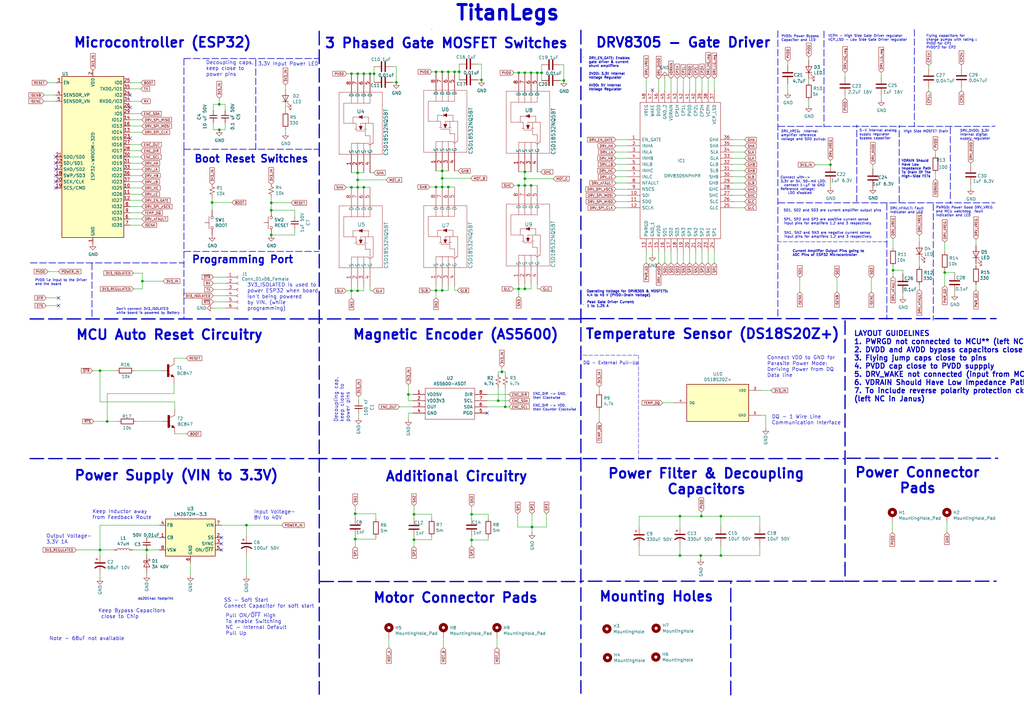
<source format=kicad_sch>
(kicad_sch (version 20211123) (generator eeschema)
  (paper "A3")
  (title_block (title "Titan Legs PCB Design") (rev "v1.0") (company "Society of Robotics and Automation, VJTI") (comment 2 "MIT License"))
  (junction (at 215.265 73.279))
  (junction (at 149.225 30.226))
  (junction (at 178.816 119.126))
  (junction (at 278.892 227.838))
  (junction (at 181.356 119.126))
  (junction (at 295.656 227.838))
  (junction (at 89.916 42.799))
  (junction (at 212.725 29.845))
  (junction (at 146.685 73.787))
  (junction (at 340.614 67.564))
  (junction (at 205.867 152.527))
  (junction (at 146.685 119.253))
  (junction (at 178.816 76.708))
  (junction (at 193.421 210.947))
  (junction (at 181.356 70.104))
  (junction (at 43.942 172.847))
  (junction (at 204.343 164.338))
  (junction (at 387.477 111.76))
  (junction (at 146.685 70.866))
  (junction (at 169.799 221.361))
  (junction (at 111.252 83.185))
  (junction (at 145.669 221.107))
  (junction (at 41.021 225.552))
  (junction (at 215.265 118.491))
  (junction (at 144.145 76.835))
  (junction (at 86.995 83.058))
  (junction (at 207.264 166.878))
  (junction (at 149.225 76.835))
  (junction (at 146.685 30.226))
  (junction (at 215.265 29.845))
  (junction (at 145.669 210.693))
  (junction (at 169.799 210.947))
  (junction (at 197.485 32.766))
  (junction (at 101.092 215.392))
  (junction (at 89.916 53.213))
  (junction (at 162.56 33.782))
  (junction (at 167.513 161.798))
  (junction (at 217.805 29.845))
  (junction (at 212.725 118.491))
  (junction (at 146.685 76.835))
  (junction (at 58.42 115.316))
  (junction (at 151.765 30.226))
  (junction (at 215.265 76.073))
  (junction (at 111.252 96.393))
  (junction (at 220.345 29.845))
  (junction (at 153.416 30.226))
  (junction (at 215.265 70.485))
  (junction (at 278.892 211.709))
  (junction (at 144.145 30.226))
  (junction (at 212.725 76.073))
  (junction (at 295.656 211.709))
  (junction (at 218.186 216.154))
  (junction (at 41.021 152.019))
  (junction (at 144.145 119.253))
  (junction (at 287.401 227.838))
  (junction (at 217.805 76.073))
  (junction (at 111.252 86.233))
  (junction (at 366.268 110.871))
  (junction (at 181.356 29.464))
  (junction (at 183.896 76.708))
  (junction (at 193.421 221.488))
  (junction (at 178.816 29.464))
  (junction (at 287.655 211.709))
  (junction (at 181.356 73.152))
  (junction (at 188.341 29.464))
  (junction (at 181.356 76.708))
  (junction (at 60.198 225.552))
  (junction (at 183.896 29.464))
  (junction (at 222.123 29.845))
  (junction (at 186.436 29.464))
  (junction (at 231.267 33.02))
  (no_connect (at 22.86 69.469))
  (no_connect (at 53.34 56.769))
  (no_connect (at 24.003 125.349))
  (no_connect (at 267.589 36.957))
  (no_connect (at 53.34 38.989))
  (no_connect (at 199.771 169.418))
  (no_connect (at 22.86 77.089))
  (no_connect (at 22.86 72.009))
  (no_connect (at 90.805 225.552))
  (no_connect (at 22.86 64.389))
  (no_connect (at 90.805 223.012))
  (no_connect (at 24.003 122.174))
  (no_connect (at 53.34 44.069))
  (no_connect (at 22.86 74.549))
  (no_connect (at 22.86 66.929))
  (no_connect (at 90.805 220.472))
  (wire (pts (xy 145.669 221.107) (xy 145.669 224.155)))
  (wire (pts (xy 252.603 80.137) (xy 257.429 80.137)))
  (wire (pts (xy 212.725 118.491) (xy 210.566 118.491)))
  (wire (pts (xy 71.374 161.417) (xy 43.942 161.417)))
  (wire (pts (xy 394.335 26.67) (xy 394.335 28.067)))
  (wire (pts (xy 181.356 70.104) (xy 183.896 70.104)))
  (wire (pts (xy 199.771 161.798) (xy 208.788 161.798)))
  (wire (pts (xy 58.42 118.491) (xy 54.737 118.491)))
  (wire (pts (xy 111.252 83.185) (xy 119.38 83.185)))
  (polyline (pts (xy 319.151 83.185) (xy 408.051 83.185)) (stroke (width 0.254)))
  (wire (pts (xy 181.356 119.126) (xy 183.896 119.126)))
  (wire (pts (xy 212.725 29.845) (xy 215.265 29.845)))
  (polyline (pts (xy 299.72 284.988) (xy 299.72 238.379)) (stroke (width 0.508)))
  (polyline (pts (xy 238.125 188.087) (xy 130.937 188.087)) (stroke (width 0.5334)))
  (wire (pts (xy 210.82 29.845) (xy 212.725 29.845)))
  (wire (pts (xy 215.265 73.279) (xy 226.949 73.279)))
  (wire (pts (xy 331.724 32.385) (xy 331.724 33.655)))
  (wire (pts (xy 71.628 177.927) (xy 76.708 177.927)))
  (polyline (pts (xy 75.438 103.124) (xy 130.937 103.124)) (stroke (width 0.254)))
  (wire (pts (xy 331.724 23.368) (xy 331.724 24.765)))
  (polyline (pts (xy 407.924 238.252) (xy 407.924 238.379)))
  (wire (pts (xy 217.805 118.491) (xy 217.805 116.713)))
  (wire (pts (xy 89.916 42.799) (xy 92.329 42.799)))
  (wire (pts (xy 215.265 76.073) (xy 215.265 73.279)))
  (wire (pts (xy 305.435 59.817) (xy 300.609 59.817)))
  (wire (pts (xy 357.378 113.919) (xy 357.378 119.761)))
  (wire (pts (xy 101.092 227.457) (xy 101.092 236.22)))
  (wire (pts (xy 377.063 106.807) (xy 377.063 109.22)))
  (wire (pts (xy 188.341 26.289) (xy 188.341 29.464)))
  (wire (pts (xy 245.745 158.623) (xy 245.745 160.655)))
  (wire (pts (xy 305.435 80.137) (xy 300.609 80.137)))
  (wire (pts (xy 252.603 75.057) (xy 257.429 75.057)))
  (wire (pts (xy 252.603 67.437) (xy 257.429 67.437)))
  (wire (pts (xy 220.345 118.491) (xy 221.488 118.491)))
  (wire (pts (xy 215.265 116.713) (xy 215.265 118.491)))
  (wire (pts (xy 87.503 50.419) (xy 87.503 53.213)))
  (wire (pts (xy 151.765 119.253) (xy 152.908 119.253)))
  (wire (pts (xy 222.123 29.845) (xy 222.123 33.02)))
  (wire (pts (xy 41.021 225.552) (xy 46.736 225.552)))
  (wire (pts (xy 287.909 36.957) (xy 287.909 32.131)))
  (polyline (pts (xy 104.902 24.384) (xy 104.902 61.468)) (stroke (width 0.254)))
  (wire (pts (xy 144.145 119.253) (xy 141.986 119.253)))
  (wire (pts (xy 394.335 35.687) (xy 394.335 37.211)))
  (wire (pts (xy 169.291 169.418) (xy 167.513 169.418)))
  (wire (pts (xy 252.603 57.277) (xy 257.429 57.277)))
  (wire (pts (xy 400.304 118.999) (xy 400.304 116.713)))
  (wire (pts (xy 101.092 215.392) (xy 115.57 215.392)))
  (wire (pts (xy 145.669 210.693) (xy 145.669 212.344)))
  (wire (pts (xy 280.289 36.957) (xy 280.289 32.131)))
  (wire (pts (xy 146.685 70.866) (xy 149.225 70.866)))
  (wire (pts (xy 87.503 53.213) (xy 89.916 53.213)))
  (wire (pts (xy 305.435 69.977) (xy 300.609 69.977)))
  (wire (pts (xy 111.252 96.393) (xy 120.904 96.393)))
  (wire (pts (xy 262.128 223.901) (xy 262.128 227.838)))
  (wire (pts (xy 252.603 59.817) (xy 257.429 59.817)))
  (wire (pts (xy 200.279 210.947) (xy 193.421 210.947)))
  (wire (pts (xy 117.094 34.798) (xy 117.094 36.576)))
  (wire (pts (xy 153.416 27.305) (xy 153.416 30.226)))
  (wire (pts (xy 391.541 112.141) (xy 391.541 111.76)))
  (wire (pts (xy 222.123 26.543) (xy 222.123 29.845)))
  (wire (pts (xy 387.477 99.314) (xy 387.477 103.251)))
  (wire (pts (xy 111.252 80.645) (xy 111.252 83.185)))
  (polyline (pts (xy 346.583 131.572) (xy 346.583 238.252)) (stroke (width 0.508)))
  (wire (pts (xy 60.198 225.552) (xy 65.405 225.552)))
  (wire (pts (xy 275.209 36.957) (xy 275.209 32.131)))
  (wire (pts (xy 215.265 118.491) (xy 217.805 118.491)))
  (wire (pts (xy 217.805 29.845) (xy 220.345 29.845)))
  (wire (pts (xy 193.421 207.645) (xy 193.421 210.947)))
  (wire (pts (xy 361.442 39.116) (xy 361.442 40.894)))
  (wire (pts (xy 53.34 36.449) (xy 57.785 36.449)))
  (wire (pts (xy 161.036 33.782) (xy 162.56 33.782)))
  (wire (pts (xy 43.942 161.417) (xy 43.942 172.847)))
  (wire (pts (xy 265.049 36.957) (xy 265.049 32.131)))
  (wire (pts (xy 56.007 172.847) (xy 66.548 172.847)))
  (wire (pts (xy 212.725 118.491) (xy 215.265 118.491)))
  (wire (pts (xy 186.436 117.348) (xy 186.436 119.126)))
  (wire (pts (xy 305.435 72.517) (xy 300.609 72.517)))
  (wire (pts (xy 295.656 223.647) (xy 295.656 227.838)))
  (polyline (pts (xy 12.319 130.81) (xy 238.252 130.81)) (stroke (width 0.508)))
  (wire (pts (xy 193.421 210.947) (xy 193.421 212.344)))
  (wire (pts (xy 181.356 76.708) (xy 181.356 73.152)))
  (wire (pts (xy 178.816 119.126) (xy 176.657 119.126)))
  (polyline (pts (xy 346.456 232.029) (xy 346.075 232.029)))
  (wire (pts (xy 252.603 64.897) (xy 257.429 64.897)))
  (wire (pts (xy 58.166 51.689) (xy 53.34 51.689)))
  (wire (pts (xy 295.656 227.838) (xy 311.658 227.838)))
  (wire (pts (xy 37.973 152.019) (xy 41.021 152.019)))
  (wire (pts (xy 200.279 220.218) (xy 200.279 221.488)))
  (wire (pts (xy 181.356 29.464) (xy 183.896 29.464)))
  (wire (pts (xy 147.066 162.687) (xy 147.066 164.465)))
  (polyline (pts (xy 351.409 82.804) (xy 351.409 51.308)) (stroke (width 0.254)))
  (wire (pts (xy 387.477 111.76) (xy 387.477 110.871)))
  (wire (pts (xy 380.873 26.797) (xy 380.873 28.194)))
  (wire (pts (xy 193.421 221.488) (xy 193.421 224.028)))
  (polyline (pts (xy 314.452 130.683) (xy 314.325 130.683)))
  (polyline (pts (xy 357.759 51.816) (xy 357.632 51.816)))
  (polyline (pts (xy 386.207 130.556) (xy 386.08 130.556)))
  (polyline (pts (xy 239.141 188.087) (xy 346.456 188.087)) (stroke (width 0.508)))
  (polyline (pts (xy 130.937 12.827) (xy 130.937 284.734)) (stroke (width 0.508)))
  (wire (pts (xy 346.583 29.718) (xy 346.583 31.496)))
  (wire (pts (xy 271.78 165.227) (xy 276.606 165.227)))
  (wire (pts (xy 181.356 117.348) (xy 181.356 119.126)))
  (wire (pts (xy 144.145 76.835) (xy 146.685 76.835)))
  (wire (pts (xy 197.485 26.289) (xy 197.485 32.766)))
  (wire (pts (xy 58.166 72.009) (xy 53.34 72.009)))
  (wire (pts (xy 377.063 96.52) (xy 377.063 99.187)))
  (wire (pts (xy 178.816 119.126) (xy 178.816 117.348)))
  (wire (pts (xy 151.765 30.226) (xy 153.416 30.226)))
  (wire (pts (xy 151.765 117.475) (xy 151.765 119.253)))
  (wire (pts (xy 43.942 172.847) (xy 48.387 172.847)))
  (wire (pts (xy 262.128 216.281) (xy 262.128 211.709)))
  (wire (pts (xy 161.036 27.305) (xy 162.56 27.305)))
  (wire (pts (xy 57.785 61.849) (xy 53.34 61.849)))
  (wire (pts (xy 154.178 220.345) (xy 154.178 221.107)))
  (wire (pts (xy 58.166 92.329) (xy 53.34 92.329)))
  (wire (pts (xy 186.436 119.126) (xy 187.579 119.126)))
  (wire (pts (xy 186.436 70.104) (xy 187.96 70.104)))
  (polyline (pts (xy 12.446 107.823) (xy 75.565 107.823)) (stroke (width 0.254)))
  (wire (pts (xy 167.513 169.418) (xy 167.513 171.958)))
  (wire (pts (xy 287.401 227.838) (xy 295.656 227.838)))
  (wire (pts (xy 38.481 172.847) (xy 43.942 172.847)))
  (wire (pts (xy 370.332 110.871) (xy 366.268 110.871)))
  (wire (pts (xy 400.304 98.171) (xy 400.304 100.584)))
  (wire (pts (xy 90.805 215.392) (xy 101.092 215.392)))
  (wire (pts (xy 290.449 36.957) (xy 290.449 32.131)))
  (wire (pts (xy 287.655 209.931) (xy 287.655 211.709)))
  (wire (pts (xy 120.904 88.773) (xy 120.904 86.233)))
  (wire (pts (xy 398.145 77.216) (xy 398.145 75.565)))
  (wire (pts (xy 120.904 96.393) (xy 120.904 93.853)))
  (wire (pts (xy 186.436 29.464) (xy 188.341 29.464)))
  (wire (pts (xy 183.896 119.126) (xy 183.896 117.348)))
  (wire (pts (xy 383.667 63.5) (xy 383.667 61.849)))
  (wire (pts (xy 252.603 69.977) (xy 257.429 69.977)))
  (wire (pts (xy 120.904 86.233) (xy 111.252 86.233)))
  (wire (pts (xy 252.603 72.517) (xy 257.429 72.517)))
  (wire (pts (xy 169.799 210.947) (xy 169.799 212.471)))
  (wire (pts (xy 272.669 107.823) (xy 272.669 102.997)))
  (wire (pts (xy 177.165 29.464) (xy 178.816 29.464)))
  (polyline (pts (xy 347.345 187.96) (xy 409.194 187.96)) (stroke (width 0.508)))
  (wire (pts (xy 278.892 227.838) (xy 287.401 227.838)))
  (wire (pts (xy 328.041 113.792) (xy 328.041 119.761)))
  (wire (pts (xy 290.449 107.823) (xy 290.449 102.997)))
  (wire (pts (xy 181.356 76.708) (xy 183.896 76.708)))
  (wire (pts (xy 58.166 77.089) (xy 53.34 77.089)))
  (wire (pts (xy 71.374 157.099) (xy 71.374 161.417)))
  (polyline (pts (xy 407.924 51.816) (xy 407.924 51.435)))
  (polyline (pts (xy 337.947 12.7) (xy 337.947 52.07)) (stroke (width 0.254)))
  (wire (pts (xy 89.916 40.259) (xy 89.916 42.799)))
  (wire (pts (xy 24.003 122.174) (xy 18.923 122.174)))
  (wire (pts (xy 144.145 119.253) (xy 146.685 119.253)))
  (polyline (pts (xy 261.874 145.669) (xy 261.874 188.595)))
  (wire (pts (xy 224.155 210.693) (xy 224.155 216.154)))
  (wire (pts (xy 146.685 76.835) (xy 149.225 76.835)))
  (wire (pts (xy 41.021 225.552) (xy 41.021 227.838)))
  (wire (pts (xy 204.343 153.67) (xy 204.343 152.527)))
  (wire (pts (xy 58.166 82.169) (xy 53.34 82.169)))
  (wire (pts (xy 323.088 34.417) (xy 323.088 37.719)))
  (wire (pts (xy 267.589 102.997) (xy 267.589 104.521)))
  (wire (pts (xy 366.014 213.995) (xy 366.014 218.44)))
  (polyline (pts (xy 75.438 61.214) (xy 130.937 61.214)) (stroke (width 0.254)))
  (wire (pts (xy 58.166 54.229) (xy 53.34 54.229)))
  (wire (pts (xy 58.166 84.709) (xy 53.34 84.709)))
  (polyline (pts (xy 239.141 145.669) (xy 261.874 145.669)))
  (wire (pts (xy 41.021 164.846) (xy 71.628 164.846)))
  (wire (pts (xy 278.892 216.154) (xy 278.892 211.709)))
  (wire (pts (xy 282.829 107.823) (xy 282.829 102.997)))
  (wire (pts (xy 252.603 62.357) (xy 257.429 62.357)))
  (wire (pts (xy 141.986 76.835) (xy 144.145 76.835)))
  (wire (pts (xy 204.343 158.75) (xy 204.343 164.338)))
  (wire (pts (xy 265.049 107.823) (xy 265.049 102.997)))
  (wire (pts (xy 41.021 215.392) (xy 41.021 225.552)))
  (wire (pts (xy 305.435 82.677) (xy 300.609 82.677)))
  (wire (pts (xy 169.291 166.878) (xy 163.83 166.878)))
  (wire (pts (xy 212.725 121.539) (xy 212.725 118.491)))
  (wire (pts (xy 295.656 211.709) (xy 311.658 211.709)))
  (wire (pts (xy 149.225 30.226) (xy 151.765 30.226)))
  (polyline (pts (xy 319.151 51.816) (xy 408.051 51.816)) (stroke (width 0.254)))
  (wire (pts (xy 144.145 119.253) (xy 144.145 117.475)))
  (wire (pts (xy 305.435 62.357) (xy 300.609 62.357)))
  (wire (pts (xy 305.435 75.057) (xy 300.609 75.057)))
  (wire (pts (xy 144.145 122.301) (xy 144.145 119.253)))
  (polyline (pts (xy 369.316 130.81) (xy 369.697 130.81)))
  (wire (pts (xy 252.603 85.217) (xy 257.429 85.217)))
  (wire (pts (xy 58.166 69.469) (xy 53.34 69.469)))
  (wire (pts (xy 178.816 70.104) (xy 181.356 70.104)))
  (wire (pts (xy 277.749 36.957) (xy 277.749 32.131)))
  (wire (pts (xy 92.329 50.419) (xy 92.329 53.213)))
  (wire (pts (xy 340.614 75.184) (xy 340.614 76.962)))
  (wire (pts (xy 55.245 152.019) (xy 66.294 152.019)))
  (wire (pts (xy 305.435 77.597) (xy 300.609 77.597)))
  (polyline (pts (xy 239.268 124.714) (xy 239.268 124.968)))
  (wire (pts (xy 183.896 76.708) (xy 186.436 76.708)))
  (wire (pts (xy 282.829 36.957) (xy 282.829 32.131)))
  (wire (pts (xy 92.583 121.285) (xy 87.503 121.285)))
  (wire (pts (xy 295.656 216.027) (xy 295.656 211.709)))
  (wire (pts (xy 87.503 45.339) (xy 87.503 42.799)))
  (wire (pts (xy 142.24 30.226) (xy 144.145 30.226)))
  (wire (pts (xy 183.896 29.464) (xy 186.436 29.464)))
  (wire (pts (xy 252.603 77.597) (xy 257.429 77.597)))
  (wire (pts (xy 215.265 73.279) (xy 215.265 70.485)))
  (wire (pts (xy 178.816 29.464) (xy 181.356 29.464)))
  (wire (pts (xy 147.066 169.545) (xy 147.066 171.323)))
  (wire (pts (xy 58.166 79.629) (xy 53.34 79.629)))
  (wire (pts (xy 311.658 216.027) (xy 311.658 211.709)))
  (wire (pts (xy 312.166 170.307) (xy 314.071 170.307)))
  (wire (pts (xy 60.198 220.472) (xy 65.405 220.472)))
  (wire (pts (xy 220.345 70.485) (xy 221.869 70.485)))
  (wire (pts (xy 154.178 210.693) (xy 145.669 210.693)))
  (polyline (pts (xy 389.763 52.07) (xy 389.763 83.566)) (stroke (width 0.254)))
  (wire (pts (xy 277.749 107.823) (xy 277.749 102.997)))
  (wire (pts (xy 167.513 164.338) (xy 169.291 164.338)))
  (wire (pts (xy 86.995 80.772) (xy 86.995 83.058)))
  (wire (pts (xy 195.961 32.766) (xy 197.485 32.766)))
  (wire (pts (xy 200.279 212.598) (xy 200.279 210.947)))
  (wire (pts (xy 218.186 216.154) (xy 212.344 216.154)))
  (polyline (pts (xy 75.438 61.087) (xy 75.438 24.13)) (stroke (width 0.254)))
  (wire (pts (xy 58.166 74.549) (xy 53.34 74.549)))
  (wire (pts (xy 220.345 29.845) (xy 222.123 29.845)))
  (wire (pts (xy 292.989 36.957) (xy 292.989 32.131)))
  (polyline (pts (xy 131.191 238.506) (xy 238.506 238.506)) (stroke (width 0.508)))
  (wire (pts (xy 151.765 70.866) (xy 153.289 70.866)))
  (wire (pts (xy 144.145 30.226) (xy 146.685 30.226)))
  (wire (pts (xy 60.198 235.077) (xy 60.198 235.839)))
  (wire (pts (xy 86.995 83.058) (xy 86.995 86.233)))
  (polyline (pts (xy 319.024 12.573) (xy 319.024 130.048)) (stroke (width 0.254)))
  (wire (pts (xy 380.873 35.814) (xy 380.873 37.338)))
  (wire (pts (xy 54.356 225.552) (xy 60.198 225.552)))
  (polyline (pts (xy 347.345 130.683) (xy 347.472 130.683)))
  (wire (pts (xy 177.038 221.361) (xy 169.799 221.361)))
  (wire (pts (xy 280.289 107.823) (xy 280.289 102.997)))
  (wire (pts (xy 169.799 221.361) (xy 169.799 224.155)))
  (wire (pts (xy 71.628 164.846) (xy 71.628 167.767)))
  (wire (pts (xy 391.541 119.761) (xy 391.541 120.523)))
  (wire (pts (xy 275.209 107.823) (xy 275.209 102.997)))
  (wire (pts (xy 346.583 39.116) (xy 346.583 40.386)))
  (wire (pts (xy 305.435 85.217) (xy 300.609 85.217)))
  (wire (pts (xy 177.038 212.598) (xy 177.038 210.947)))
  (polyline (pts (xy 408.178 130.683) (xy 408.178 130.81)))
  (polyline (pts (xy 75.438 24.003) (xy 130.81 24.003)) (stroke (width 0.254)))
  (wire (pts (xy 31.242 225.552) (xy 41.021 225.552)))
  (wire (pts (xy 199.771 166.878) (xy 207.264 166.878)))
  (wire (pts (xy 205.867 150.495) (xy 205.867 152.527)))
  (wire (pts (xy 229.743 26.543) (xy 231.267 26.543)))
  (wire (pts (xy 149.225 76.835) (xy 151.765 76.835)))
  (wire (pts (xy 111.252 83.185) (xy 111.252 86.233)))
  (wire (pts (xy 245.745 173.101) (xy 245.745 168.275)))
  (wire (pts (xy 18.034 41.529) (xy 22.86 41.529)))
  (wire (pts (xy 366.268 97.917) (xy 366.268 101.727)))
  (wire (pts (xy 203.835 261.239) (xy 203.835 265.684)))
  (wire (pts (xy 169.799 207.391) (xy 169.799 210.947)))
  (wire (pts (xy 58.166 66.929) (xy 53.34 66.929)))
  (wire (pts (xy 278.892 223.774) (xy 278.892 227.838)))
  (polyline (pts (xy 318.897 99.187) (xy 363.982 99.187)))
  (wire (pts (xy 54.737 112.014) (xy 58.42 112.014)))
  (wire (pts (xy 252.603 82.677) (xy 257.429 82.677)))
  (wire (pts (xy 215.265 76.073) (xy 217.805 76.073)))
  (wire (pts (xy 146.685 73.787) (xy 146.685 76.835)))
  (wire (pts (xy 210.82 76.073) (xy 212.725 76.073)))
  (wire (pts (xy 229.743 33.02) (xy 231.267 33.02)))
  (wire (pts (xy 87.503 42.799) (xy 89.916 42.799)))
  (wire (pts (xy 285.369 36.957) (xy 285.369 32.131)))
  (polyline (pts (xy 363.728 83.439) (xy 363.728 130.937)) (stroke (width 0.254)))
  (wire (pts (xy 220.345 116.713) (xy 220.345 118.491)))
  (wire (pts (xy 92.583 113.665) (xy 87.503 113.665)))
  (wire (pts (xy 58.42 112.014) (xy 58.42 115.316)))
  (wire (pts (xy 92.583 126.365) (xy 87.503 126.365)))
  (wire (pts (xy 58.166 87.249) (xy 53.34 87.249)))
  (wire (pts (xy 323.088 25.146) (xy 323.088 26.797)))
  (wire (pts (xy 212.725 70.485) (xy 215.265 70.485)))
  (wire (pts (xy 92.329 42.799) (xy 92.329 45.339)))
  (wire (pts (xy 400.304 108.204) (xy 400.304 109.093)))
  (wire (pts (xy 154.178 212.725) (xy 154.178 210.693)))
  (polyline (pts (xy 375.031 12.065) (xy 375.031 51.943)) (stroke (width 0.254)))
  (wire (pts (xy 311.658 227.838) (xy 311.658 223.647)))
  (wire (pts (xy 53.34 59.309) (xy 57.785 59.309)))
  (wire (pts (xy 366.268 113.538) (xy 366.268 110.871)))
  (wire (pts (xy 287.909 107.823) (xy 287.909 102.997)))
  (wire (pts (xy 224.155 216.154) (xy 218.186 216.154)))
  (wire (pts (xy 149.225 119.253) (xy 149.225 117.475)))
  (wire (pts (xy 92.583 123.825) (xy 87.503 123.825)))
  (wire (pts (xy 53.34 46.609) (xy 57.785 46.609)))
  (wire (pts (xy 231.267 26.543) (xy 231.267 33.02)))
  (wire (pts (xy 58.42 115.316) (xy 58.42 118.491)))
  (wire (pts (xy 207.264 152.527) (xy 207.264 153.67)))
  (wire (pts (xy 41.021 152.019) (xy 47.625 152.019)))
  (polyline (pts (xy 345.948 238.379) (xy 238.633 238.379)) (stroke (width 0.508)))
  (wire (pts (xy 272.669 36.957) (xy 272.669 32.131)))
  (wire (pts (xy 181.864 261.239) (xy 181.864 265.684)))
  (wire (pts (xy 312.166 160.147) (xy 316.23 160.147)))
  (polyline (pts (xy 12.319 188.087) (xy 130.81 188.087)) (stroke (width 0.508)))
  (wire (pts (xy 388.366 213.995) (xy 388.366 218.44)))
  (wire (pts (xy 305.435 64.897) (xy 300.609 64.897)))
  (wire (pts (xy 71.374 146.939) (xy 76.454 146.939)))
  (polyline (pts (xy 238.633 130.683) (xy 408.559 130.683)) (stroke (width 0.508)))
  (wire (pts (xy 145.669 207.391) (xy 145.669 210.693)))
  (polyline (pts (xy 382.778 83.693) (xy 382.778 131.318)) (stroke (width 0.254)))
  (wire (pts (xy 176.276 76.708) (xy 178.816 76.708)))
  (polyline (pts (xy 368.808 82.931) (xy 368.808 51.435)) (stroke (width 0.254)))
  (wire (pts (xy 204.343 164.338) (xy 199.771 164.338)))
  (wire (pts (xy 391.541 111.76) (xy 387.477 111.76)))
  (wire (pts (xy 53.34 33.909) (xy 57.785 33.909)))
  (wire (pts (xy 366.268 110.871) (xy 366.268 109.347)))
  (wire (pts (xy 340.614 65.786) (xy 340.614 67.564)))
  (wire (pts (xy 178.816 119.126) (xy 181.356 119.126)))
  (wire (pts (xy 340.614 67.564) (xy 334.264 67.564)))
  (wire (pts (xy 169.799 220.091) (xy 169.799 221.361)))
  (wire (pts (xy 58.166 89.789) (xy 53.34 89.789)))
  (wire (pts (xy 60.198 227.457) (xy 60.198 225.552)))
  (wire (pts (xy 270.129 36.957) (xy 270.129 32.385)))
  (wire (pts (xy 314.071 170.307) (xy 314.071 175.641)))
  (wire (pts (xy 278.892 211.709) (xy 287.655 211.709)))
  (wire (pts (xy 53.34 41.529) (xy 57.785 41.529)))
  (wire (pts (xy 101.092 219.837) (xy 101.092 215.392)))
  (wire (pts (xy 167.513 161.798) (xy 167.513 164.338)))
  (wire (pts (xy 193.421 219.964) (xy 193.421 221.488)))
  (wire (pts (xy 18.034 38.989) (xy 22.86 38.989)))
  (wire (pts (xy 78.105 230.632) (xy 78.105 235.966)))
  (wire (pts (xy 270.129 107.823) (xy 270.129 102.997)))
  (wire (pts (xy 285.369 107.823) (xy 285.369 102.997)))
  (wire (pts (xy 89.916 53.213) (xy 92.329 53.213)))
  (wire (pts (xy 204.343 152.527) (xy 205.867 152.527)))
  (wire (pts (xy 181.356 73.152) (xy 181.356 70.104)))
  (wire (pts (xy 218.186 218.44) (xy 218.186 216.154)))
  (wire (pts (xy 343.281 113.919) (xy 343.281 119.761)))
  (polyline (pts (xy 105.029 61.087) (xy 104.902 61.087)))
  (wire (pts (xy 377.063 118.745) (xy 377.063 116.84)))
  (wire (pts (xy 117.094 54.483) (xy 117.094 53.086)))
  (wire (pts (xy 92.583 116.205) (xy 87.503 116.205)))
  (wire (pts (xy 66.929 115.316) (xy 58.42 115.316)))
  (wire (pts (xy 215.265 29.845) (xy 217.805 29.845)))
  (polyline (pts (xy 346.71 238.379) (xy 408.559 238.379)) (stroke (width 0.508)))
  (wire (pts (xy 195.961 26.289) (xy 197.485 26.289)))
  (wire (pts (xy 292.989 107.823) (xy 292.989 102.997)))
  (wire (pts (xy 178.816 122.174) (xy 178.816 119.126)))
  (wire (pts (xy 19.685 111.379) (xy 24.003 111.379)))
  (wire (pts (xy 92.583 118.745) (xy 87.503 118.745)))
  (wire (pts (xy 178.816 76.708) (xy 181.356 76.708)))
  (wire (pts (xy 181.356 73.152) (xy 193.04 73.152)))
  (wire (pts (xy 162.56 27.305) (xy 162.56 33.782)))
  (wire (pts (xy 58.166 49.149) (xy 53.34 49.149)))
  (wire (pts (xy 65.405 215.392) (xy 41.021 215.392)))
  (wire (pts (xy 146.685 73.787) (xy 158.369 73.787)))
  (wire (pts (xy 370.332 120.015) (xy 370.332 121.666)))
  (wire (pts (xy 358.013 67.564) (xy 358.013 69.215)))
  (wire (pts (xy 167.513 161.798) (xy 167.513 157.734)))
  (wire (pts (xy 144.145 70.866) (xy 146.685 70.866)))
  (wire (pts (xy 86.995 83.058) (xy 95.123 83.058)))
  (wire (pts (xy 398.145 66.929) (xy 398.145 67.945)))
  (polyline (pts (xy 130.937 187.706) (xy 130.937 187.579)))
  (wire (pts (xy 41.021 152.019) (xy 41.021 164.846)))
  (polyline (pts (xy 177.038 11.938) (xy 177.165 11.938)))
  (polyline (pts (xy 75.438 61.214) (xy 75.438 130.683)) (stroke (width 0.254)))
  (wire (pts (xy 207.264 166.878) (xy 208.788 166.878)))
  (polyline (pts (xy 239.395 23.368) (xy 239.395 23.495)))
  (wire (pts (xy 117.094 44.196) (xy 117.094 45.466)))
  (wire (pts (xy 305.435 57.277) (xy 300.609 57.277)))
  (wire (pts (xy 53.34 64.389) (xy 57.785 64.389)))
  (wire (pts (xy 262.128 227.838) (xy 278.892 227.838)))
  (wire (pts (xy 262.128 211.709) (xy 278.892 211.709)))
  (wire (pts (xy 331.724 41.275) (xy 331.724 43.307)))
  (wire (pts (xy 177.038 220.218) (xy 177.038 221.361)))
  (wire (pts (xy 287.401 229.235) (xy 287.401 227.838)))
  (wire (pts (xy 387.477 117.221) (xy 387.477 111.76)))
  (wire (pts (xy 41.021 235.458) (xy 41.021 237.109)))
  (wire (pts (xy 208.788 164.338) (xy 204.343 164.338)))
  (wire (pts (xy 200.279 221.488) (xy 193.421 221.488)))
  (wire (pts (xy 146.685 30.226) (xy 149.225 30.226)))
  (wire (pts (xy 22.86 33.909) (xy 19.558 33.909)))
  (wire (pts (xy 212.725 76.073) (xy 215.265 76.073)))
  (wire (pts (xy 212.344 210.693) (xy 212.344 216.154)))
  (wire (pts (xy 383.667 73.533) (xy 383.667 71.12)))
  (wire (pts (xy 159.512 261.239) (xy 159.512 265.684)))
  (wire (pts (xy 370.332 112.395) (xy 370.332 110.871)))
  (wire (pts (xy 215.265 70.485) (xy 217.805 70.485)))
  (wire (pts (xy 305.435 67.437) (xy 300.609 67.437)))
  (wire (pts (xy 188.341 29.464) (xy 188.341 32.766)))
  (wire (pts (xy 146.685 117.475) (xy 146.685 119.253)))
  (wire (pts (xy 145.669 219.964) (xy 145.669 221.107)))
  (wire (pts (xy 287.655 211.709) (xy 295.656 211.709)))
  (wire (pts (xy 361.442 31.496) (xy 361.442 29.718)))
  (polyline (pts (xy 238.252 12.446) (xy 238.252 284.353)) (stroke (width 0.508)))
  (wire (pts (xy 207.264 158.75) (xy 207.264 166.878)))
  (wire (pts (xy 24.003 125.349) (xy 18.923 125.349)))
  (wire (pts (xy 146.685 70.866) (xy 146.685 73.787)))
  (polyline (pts (xy 37.719 107.95) (xy 37.719 130.683)) (stroke (width 0.254)))
  (wire (pts (xy 212.725 118.491) (xy 212.725 116.713)))
  (wire (pts (xy 154.178 221.107) (xy 145.669 221.107)))
  (wire (pts (xy 205.867 152.527) (xy 207.264 152.527)))
  (wire (pts (xy 153.416 30.226) (xy 153.416 33.782)))
  (wire (pts (xy 218.186 210.693) (xy 218.186 216.154)))
  (wire (pts (xy 177.038 210.947) (xy 169.799 210.947)))
  (wire (pts (xy 169.291 161.798) (xy 167.513 161.798)))
  (wire (pts (xy 217.805 76.073) (xy 220.345 76.073)))
  (wire (pts (xy 146.685 119.253) (xy 149.225 119.253)))
  (text "ENC_DIR -> GND, \nthen Clockwise\n\nENC_DIR -> VDD, \nthen Counter Clockwise" (at 218.567 168.656 0) (effects (font (size 0.9906 0.9906)) (justify left bottom)))
  (text "Power Connector\n      Pads\n" (at 350.393 202.692 0) (effects (font (size 3.9878 3.9878) (thickness 0.7976) bold) (justify left bottom)))
  (text "Programming Port" (at 78.486 108.331 0) (effects (font (size 2.9972 2.9972) (thickness 0.5994) bold) (justify left bottom)))
  (text "DQ - 1 Wire Line \nCommunication Interface\n" (at 316.484 174.371 0) (effects (font (size 1.4986 1.4986)) (justify left bottom)))
  (text "5-V internal analog \nsupply regulator\nbypass capacitor" (at 352.425 57.404 0) (effects (font (size 0.9906 0.9906)) (justify left bottom)))
  (text "Output Voltage-\n3.3V 1A" (at 18.923 223.266 0) (effects (font (size 1.4986 1.4986)) (justify left bottom)))
  (text "do2014ac footprint" (at 56.515 246.253 0) (effects (font (size 0.9906 0.9906)) (justify left bottom)))
  (text "PWRGD: Power Good DRV_VREG \nand MCU watchdog  fault \nindication and LED" (at 383.794 89.027 0) (effects (font (size 0.9906 0.9906)) (justify left bottom)))
  (text "DRV_DVDD: 3.3V \ninternal digital\nsupply regulator" (at 393.7 57.531 0) (effects (font (size 0.9906 0.9906)) (justify left bottom)))
  (text "DQ - External Pull-Up" (at 239.141 149.733 0) (effects (font (size 1.27 1.27)) (justify left bottom)))
  (text "Peak Gate Driver Current:\n1 to 1.25 A" (at 240.665 126.238 0) (effects (font (size 0.9906 0.9906) (thickness 0.1981) bold) (justify left bottom)))
  (text "LAYOUT GUIDELINES\n1. PWRGD not connected to MCU** (left NC in REV0)\n2. DVDD and AVDD bypass capacitors close to GND\n3. Flying jump caps close to pins\n4. PVDD cap close to PVDD suppply\n5. DRV_WAKE not connected (input from MCU) ** (100ohm to PVDD in REV0)\n6. VDRAIN Should Have Low Impedance Path To Drain Of The High-Side FETs\n7. To include reverse polarity protection ckt at input?** (done in DRV)\n(left NC in Janus)" (at 350.139 164.973 0) (effects (font (size 2.0828 2.0828) (thickness 0.4166) bold) (justify left bottom)))
  (text "Note - 68uF not available" (at 20.193 262.89 0) (effects (font (size 1.4986 1.4986)) (justify left bottom)))
  (text "SN1, SN2 and SN3 are negative current sense \ninput pins for amplifers 1,2 and 3 respectively\n" (at 321.564 97.79 0) (effects (font (size 0.9906 0.9906)) (justify left bottom)))
  (text "Operating Voltage for DRV8305 & MOSFETS:\n4.4 to 45 V (PVDD-Drain Voltage)\n" (at 240.538 121.793 0) (effects (font (size 0.9906 0.9906) (thickness 0.1981) bold) (justify left bottom)))
  (text "SS - Soft Start\nConnect Capacitor for soft start" (at 91.821 249.555 0) (effects (font (size 1.4986 1.4986)) (justify left bottom)))
  (text "Additional Circuitry" (at 157.861 197.866 0) (effects (font (size 3.9878 3.9878) (thickness 0.7976) bold) (justify left bottom)))
  (text "SO1, SO2 and SO3 are current amplifier output pins" (at 321.31 86.995 0) (effects (font (size 0.9906 0.9906)) (justify left bottom)))
  (text "Current Amplifier Output Pins going to\nADC Pins of ESP32 Microcontroller " (at 324.993 105.283 0) (effects (font (size 0.9906 0.9906) (thickness 0.1981) bold) (justify left bottom)))
  (text "Don't connect 3V3_ISOLATED \nwhile board is powered by Battery" (at 47.625 129.032 0) (effects (font (size 0.9906 0.9906)) (justify left bottom)))
  (text "3V3_ISOLATED is used to \npower ESP32 when board \nisn't being powered \nby VIN. (while \nprogramming)\n" (at 101.346 127.508 0) (effects (font (size 1.4986 1.4986)) (justify left bottom)))
  (text "DRV_VREG:  Internal\namplifier reference \nvoltage and SDO pullup." (at 320.294 57.785 0) (effects (font (size 0.9906 0.9906)) (justify left bottom)))
  (text "High Side MOSFET Drain" (at 370.586 54.61 0) (effects (font (size 0.9906 0.9906)) (justify left bottom)))
  (text "Connect VDD to GND for\nParasite Power Mode:\nDeriving Power from DQ\nData line" (at 314.579 154.94 0) (effects (font (size 1.4986 1.4986)) (justify left bottom)))
  (text "Power Supply (VIN to 3.3V)" (at 30.226 197.485 0) (effects (font (size 3.9878 3.9878) (thickness 0.7976) bold) (justify left bottom)))
  (text "Temperature Sensor (DS18S20Z+)" (at 239.903 139.446 0) (effects (font (size 3.9878 3.9878) (thickness 0.7976) bold) (justify left bottom)))
  (text "SP1, SP2 and SP3 are positive current sense\ninput pins for amplifers 1,2 and 3 respectively\n" (at 321.437 92.329 0) (effects (font (size 0.9906 0.9906)) (justify left bottom)))
  (text "VDRAIN Should \nHave Low\nImpedance Path\nTo Drain Of The \nHigh-Side FETs" (at 369.697 73.025 0) (effects (font (size 0.9906 0.9906) (thickness 0.1981) bold) (justify left bottom)))
  (text "Boot Reset Switches" (at 79.502 67.056 0) (effects (font (size 2.9972 2.9972) (thickness 0.5994) bold) (justify left bottom)))
  (text "DRV_EN_GATE: Enables \ngate driver & current \nshunt amplifiers\n\nDVDD: 3.3V Internal\nVoltage Regulator\n\nAVDD: 5V Internal\nVoltage Regulator" (at 241.427 37.338 0) (effects (font (size 0.9906 0.9906) (thickness 0.1981) bold) (justify left bottom)))
  (text "DRV_nFAULT: Fault\nIndicator and LED" (at 364.998 87.757 0) (effects (font (size 0.9906 0.9906)) (justify left bottom)))
  (text "Pull ON/~{OFF} High\nTo enable Switching\nNC - Internal Default \nPull Up" (at 92.456 260.731 0) (effects (font (size 1.4986 1.4986)) (justify left bottom)))
  (text "Flying capacitors for \ncharge pumps with rating :\nPVDD for CP1\nPVDD*2 for CP2" (at 379.857 20.193 0) (effects (font (size 0.9906 0.9906)) (justify left bottom)))
  (text "Microcontroller (ESP32)" (at 29.972 19.939 0) (effects (font (size 3.9878 3.9878) (thickness 0.7976) bold) (justify left bottom)))
  (text "Keep Bypass Capacitors\n close to Chip" (at 40.259 253.873 0) (effects (font (size 1.4986 1.4986)) (justify left bottom)))
  (text "Mounting Holes" (at 245.491 247.142 0) (effects (font (size 3.9878 3.9878) (thickness 0.7976) bold) (justify left bottom)))
  (text "PVDD i.e input to the Driver\nand the board" (at 14.351 117.221 0) (effects (font (size 0.9906 0.9906)) (justify left bottom)))
  (text "TitanLegs" (at 186.436 8.89 0) (effects (font (size 5.9944 5.9944) (thickness 1.1989) bold) (justify left bottom)))
  (text "Decoupling cap,\nkeep close to\npower pins\n" (at 143.51 173.228 90) (effects (font (size 1.4986 1.4986)) (justify left bottom)))
  (text "VCPH - High Side Gate Driver regulator\nVCP_LSD - Low SIde Gate Driver regulator" (at 339.598 17.018 0) (effects (font (size 0.9906 0.9906)) (justify left bottom)))
  (text "Magnetic Encoder (AS5600)" (at 144.399 139.7 0) (effects (font (size 3.9878 3.9878) (thickness 0.7976) bold) (justify left bottom)))
  (text "DRV8305 - Gate Driver" (at 244.094 19.939 0) (effects (font (size 3.9878 3.9878) (thickness 0.7976) bold) (justify left bottom)))
  (text "Keep Inductor away \nfrom Feedback Route" (at 37.846 213.233 0) (effects (font (size 1.4986 1.4986)) (justify left bottom)))
  (text "Input Voltage-\n8V to 40V" (at 104.14 213.36 0) (effects (font (size 1.4986 1.4986)) (justify left bottom)))
  (text "Motor Connector Pads" (at 152.781 247.65 0) (effects (font (size 3.9878 3.9878) (thickness 0.7976) bold) (justify left bottom)))
  (text "3 Phased Gate MOSFET Switches" (at 132.969 20.193 0) (effects (font (size 3.9878 3.9878) (thickness 0.7976) bold) (justify left bottom)))
  (text "PVDD: Power Bypass \nCapacitor and LED" (at 320.421 17.145 0) (effects (font (size 0.9906 0.9906)) (justify left bottom)))
  (text "3.3V Input Power LED\n" (at 105.791 27.178 0) (effects (font (size 1.4986 1.4986)) (justify left bottom)))
  (text "MCU Auto Reset Circuitry" (at 30.861 139.827 0) (effects (font (size 3.9878 3.9878) (thickness 0.7976) bold) (justify left bottom)))
  (text "Decoupling caps, \nkeep close to\npower pins\n" (at 84.455 31.496 0) (effects (font (size 1.4986 1.4986)) (justify left bottom)))
  (text "Connect with-> \n3.3V or 5V, 50-mA LDO; \n  connect 1-µF to GND\nReference voltage; \n    LDO disabled" (at 320.04 79.883 0) (effects (font (size 0.9906 0.9906)) (justify left bottom)))
  (text "Power Filter & Decoupling \n        Capacitors\n\n" (at 249.047 209.55 0) (effects (font (size 3.9878 3.9878) (thickness 0.7976) bold) (justify left bottom)))
  (global_label "SO3" (shape input) (at 357.378 113.919 90) (effects (font (size 0.9906 0.9906))) (property "Intersheet References" "${INTERSHEET_REFS}" (effects hide)))
  (global_label "ENC_SDA" (shape input) (at 57.785 46.609 0) (effects (font (size 0.9906 0.9906))) (property "Intersheet References" "${INTERSHEET_REFS}" (effects hide)))
  (global_label "CP1H" (shape input) (at 380.873 26.797 90) (effects (font (size 0.9906 0.9906))) (property "Intersheet References" "${INTERSHEET_REFS}" (effects hide)))
  (global_label "GHA" (shape input) (at 153.289 70.866 0) (effects (font (size 0.9906 0.9906))) (property "Intersheet References" "${INTERSHEET_REFS}" (effects hide)))
  (global_label "VDRAIN" (shape input) (at 383.667 73.533 270) (effects (font (size 0.9906 0.9906))) (property "Intersheet References" "${INTERSHEET_REFS}" (effects hide)))
  (global_label "DRV_VREG" (shape input) (at 387.477 99.314 90) (effects (font (size 0.9906 0.9906))) (property "Intersheet References" "${INTERSHEET_REFS}" (effects hide)))
  (global_label "~{RTS}" (shape input) (at 87.503 123.825 180) (effects (font (size 0.9906 0.9906))) (property "Intersheet References" "${INTERSHEET_REFS}" (effects hide)))
  (global_label "ENC_SCL" (shape input) (at 208.788 166.878 0) (effects (font (size 0.9906 0.9906))) (property "Intersheet References" "${INTERSHEET_REFS}" (effects hide)))
  (global_label "GLB" (shape input) (at 187.579 119.126 0) (effects (font (size 0.9906 0.9906))) (property "Intersheet References" "${INTERSHEET_REFS}" (effects hide)))
  (global_label "SP2" (shape input) (at 218.186 210.693 90) (effects (font (size 0.9906 0.9906))) (property "Intersheet References" "${INTERSHEET_REFS}" (effects hide)))
  (global_label "DRV_AVDD" (shape input) (at 270.129 107.823 270) (effects (font (size 0.9906 0.9906))) (property "Intersheet References" "${INTERSHEET_REFS}" (effects hide)))
  (global_label "ENC_OUT" (shape input) (at 163.83 166.878 180) (effects (font (size 0.9906 0.9906))) (property "Intersheet References" "${INTERSHEET_REFS}" (effects hide)))
  (global_label "SHB" (shape input) (at 305.435 69.977 0) (effects (font (size 0.9906 0.9906))) (property "Intersheet References" "${INTERSHEET_REFS}" (effects hide)))
  (global_label "GLC" (shape input) (at 305.435 85.217 0) (effects (font (size 0.9906 0.9906))) (property "Intersheet References" "${INTERSHEET_REFS}" (effects hide)))
  (global_label "~{DTR}" (shape input) (at 37.973 152.019 180) (effects (font (size 0.9906 0.9906))) (property "Intersheet References" "${INTERSHEET_REFS}" (effects hide)))
  (global_label "3V3_IN" (shape input) (at 117.094 34.798 90) (effects (font (size 0.9906 0.9906))) (property "Intersheet References" "${INTERSHEET_REFS}" (effects hide)))
  (global_label "DRV_HA" (shape input) (at 58.166 66.929 0) (effects (font (size 0.9906 0.9906))) (property "Intersheet References" "${INTERSHEET_REFS}" (effects hide)))
  (global_label "DRV_SPI_MISO" (shape input) (at 58.166 49.149 0) (effects (font (size 0.9906 0.9906))) (property "Intersheet References" "${INTERSHEET_REFS}" (effects hide)))
  (global_label "CP2H" (shape input) (at 287.909 32.131 90) (effects (font (size 0.9906 0.9906))) (property "Intersheet References" "${INTERSHEET_REFS}" (effects hide)))
  (global_label "DRV_LB" (shape input) (at 58.166 74.549 0) (effects (font (size 0.9906 0.9906))) (property "Intersheet References" "${INTERSHEET_REFS}" (effects hide)))
  (global_label "GLA" (shape input) (at 305.435 64.897 0) (effects (font (size 0.9906 0.9906))) (property "Intersheet References" "${INTERSHEET_REFS}" (effects hide)))
  (global_label "3V3_IN" (shape input) (at 111.252 75.565 90) (effects (font (size 0.9906 0.9906))) (property "Intersheet References" "${INTERSHEET_REFS}" (effects hide)))
  (global_label "SP1" (shape input) (at 292.989 107.823 270) (effects (font (size 0.9906 0.9906))) (property "Intersheet References" "${INTERSHEET_REFS}" (effects hide)))
  (global_label "SN2" (shape input) (at 285.369 107.823 270) (effects (font (size 0.9906 0.9906))) (property "Intersheet References" "${INTERSHEET_REFS}" (effects hide)))
  (global_label "PVDD" (shape input) (at 282.829 32.131 90) (effects (font (size 0.9906 0.9906))) (property "Intersheet References" "${INTERSHEET_REFS}" (effects hide)))
  (global_label "DRV_nFAULT" (shape input) (at 377.063 118.745 270) (effects (font (size 0.9906 0.9906))) (property "Intersheet References" "${INTERSHEET_REFS}" (effects hide)))
  (global_label "DRV_DVDD" (shape input) (at 398.145 66.929 90) (effects (font (size 0.9906 0.9906))) (property "Intersheet References" "${INTERSHEET_REFS}" (effects hide)))
  (global_label "~{DTR}" (shape input) (at 87.503 113.665 180) (effects (font (size 0.9906 0.9906))) (property "Intersheet References" "${INTERSHEET_REFS}" (effects hide)))
  (global_label "RX" (shape input) (at 87.503 116.205 180) (effects (font (size 0.9906 0.9906))) (property "Intersheet References" "${INTERSHEET_REFS}" (effects hide)))
  (global_label "SLB" (shape input) (at 176.657 119.126 180) (effects (font (size 0.9906 0.9906))) (property "Intersheet References" "${INTERSHEET_REFS}" (effects hide)))
  (global_label "SHC" (shape input) (at 305.435 80.137 0) (effects (font (size 0.9906 0.9906))) (property "Intersheet References" "${INTERSHEET_REFS}" (effects hide)))
  (global_label "3V3_IN" (shape input) (at 147.066 162.687 90) (effects (font (size 0.9906 0.9906))) (property "Intersheet References" "${INTERSHEET_REFS}" (effects hide)))
  (global_label "DRV_HC" (shape input) (at 58.166 77.089 0) (effects (font (size 0.9906 0.9906))) (property "Intersheet References" "${INTERSHEET_REFS}" (effects hide)))
  (global_label "PVDD" (shape input) (at 346.583 40.386 270) (effects (font (size 0.9906 0.9906))) (property "Intersheet References" "${INTERSHEET_REFS}" (effects hide)))
  (global_label "SN1" (shape input) (at 144.145 122.301 270) (effects (font (size 0.9906 0.9906))) (property "Intersheet References" "${INTERSHEET_REFS}" (effects hide)))
  (global_label "GHA" (shape input) (at 305.435 57.277 0) (effects (font (size 0.9906 0.9906))) (property "Intersheet References" "${INTERSHEET_REFS}" (effects hide)))
  (global_label "GHB" (shape input) (at 305.435 67.437 0) (effects (font (size 0.9906 0.9906))) (property "Intersheet References" "${INTERSHEET_REFS}" (effects hide)))
  (global_label "SLB" (shape input) (at 305.435 72.517 0) (effects (font (size 0.9906 0.9906))) (property "Intersheet References" "${INTERSHEET_REFS}" (effects hide)))
  (global_label "DRV_VREG" (shape input) (at 366.268 97.917 90) (effects (font (size 0.9906 0.9906))) (property "Intersheet References" "${INTERSHEET_REFS}" (effects hide)))
  (global_label "DRV_SPI_nSCS" (shape input) (at 252.603 77.597 180) (effects (font (size 0.9906 0.9906))) (property "Intersheet References" "${INTERSHEET_REFS}" (effects hide)))
  (global_label "TEMP_DQ" (shape input) (at 271.78 165.227 180) (effects (font (size 0.9906 0.9906))) (property "Intersheet References" "${INTERSHEET_REFS}" (effects hide)))
  (global_label "MOT_A" (shape input) (at 158.369 73.787 0) (effects (font (size 0.9906 0.9906))) (property "Intersheet References" "${INTERSHEET_REFS}" (effects hide)))
  (global_label "~{RTS}" (shape input) (at 38.481 172.847 180) (effects (font (size 0.9906 0.9906))) (property "Intersheet References" "${INTERSHEET_REFS}" (effects hide)))
  (global_label "SO2" (shape input) (at 343.281 113.919 90) (effects (font (size 0.9906 0.9906))) (property "Intersheet References" "${INTERSHEET_REFS}" (effects hide)))
  (global_label "SN1" (shape input) (at 290.449 107.823 270) (effects (font (size 0.9906 0.9906))) (property "Intersheet References" "${INTERSHEET_REFS}" (effects hide)))
  (global_label "DRV_AVDD" (shape input) (at 358.013 67.564 90) (effects (font (size 0.9906 0.9906))) (property "Intersheet References" "${INTERSHEET_REFS}" (effects hide)))
  (global_label "ENC_SCL" (shape input) (at 57.785 64.389 0) (effects (font (size 0.9906 0.9906))) (property "Intersheet References" "${INTERSHEET_REFS}" (effects hide)))
  (global_label "SN3" (shape input) (at 280.289 107.823 270) (effects (font (size 0.9906 0.9906))) (property "Intersheet References" "${INTERSHEET_REFS}" (effects hide)))
  (global_label "ENC_OUT" (shape input) (at 57.785 59.309 0) (effects (font (size 0.9906 0.9906))) (property "Intersheet References" "${INTERSHEET_REFS}" (effects hide)))
  (global_label "ISENC" (shape input) (at 357.378 119.761 270) (effects (font (size 0.9906 0.9906))) (property "Intersheet References" "${INTERSHEET_REFS}" (effects hide)))
  (global_label "GHB" (shape input) (at 187.96 70.104 0) (effects (font (size 0.9906 0.9906))) (property "Intersheet References" "${INTERSHEET_REFS}" (effects hide)))
  (global_label "PWR_GD" (shape input) (at 400.304 118.999 270) (effects (font (size 0.9906 0.9906))) (property "Intersheet References" "${INTERSHEET_REFS}" (effects hide)))
  (global_label "CP2L" (shape input) (at 394.335 37.211 270) (effects (font (size 0.9906 0.9906))) (property "Intersheet References" "${INTERSHEET_REFS}" (effects hide)))
  (global_label "DRV_LG_reg" (shape input) (at 361.442 29.718 90) (effects (font (size 0.9906 0.9906))) (property "Intersheet References" "${INTERSHEET_REFS}" (effects hide)))
  (global_label "SO1" (shape input) (at 328.041 113.792 90) (effects (font (size 0.9906 0.9906))) (property "Intersheet References" "${INTERSHEET_REFS}" (effects hide)))
  (global_label "SO1" (shape input) (at 272.669 107.823 270) (effects (font (size 0.9906 0.9906))) (property "Intersheet References" "${INTERSHEET_REFS}" (effects hide)))
  (global_label "SP3" (shape input) (at 193.421 224.028 270) (effects (font (size 0.9906 0.9906))) (property "Intersheet References" "${INTERSHEET_REFS}" (effects hide)))
  (global_label "BOOT" (shape input) (at 95.123 83.058 0) (effects (font (size 0.9906 0.9906))) (property "Intersheet References" "${INTERSHEET_REFS}" (effects hide)))
  (global_label "SP1" (shape input) (at 212.344 210.693 90) (effects (font (size 0.9906 0.9906))) (property "Intersheet References" "${INTERSHEET_REFS}" (effects hide)))
  (global_label "PVDD" (shape input) (at 142.24 30.226 180) (effects (font (size 0.9906 0.9906))) (property "Intersheet References" "${INTERSHEET_REFS}" (effects hide)))
  (global_label "DRV_VREG" (shape input) (at 400.304 98.171 90) (effects (font (size 0.9906 0.9906))) (property "Intersheet References" "${INTERSHEET_REFS}" (effects hide)))
  (global_label "SN1" (shape input) (at 145.669 207.391 90) (effects (font (size 0.9906 0.9906))) (property "Intersheet References" "${INTERSHEET_REFS}" (effects hide)))
  (global_label "PWR_GD" (shape input) (at 387.477 117.221 270) (effects (font (size 0.9906 0.9906))) (property "Intersheet References" "${INTERSHEET_REFS}" (effects hide)))
  (global_label "CP1L" (shape input) (at 280.289 32.131 90) (effects (font (size 0.9906 0.9906))) (property "Intersheet References" "${INTERSHEET_REFS}" (effects hide)))
  (global_label "DRV_VREG" (shape input) (at 265.049 32.131 90) (effects (font (size 0.9906 0.9906))) (property "Intersheet References" "${INTERSHEET_REFS}" (effects hide)))
  (global_label "DRV_DVDD" (shape input) (at 270.129 32.385 90) (effects (font (size 0.9906 0.9906))) (property "Intersheet References" "${INTERSHEET_REFS}" (effects hide)))
  (global_label "GHC" (shape input) (at 305.435 77.597 0) (effects (font (size 0.9906 0.9906))) (property "Intersheet References" "${INTERSHEET_REFS}" (effects hide)))
  (global_label "DRV_nFAULT" (shape input) (at 252.603 75.057 180) (effects (font (size 0.9906 0.9906))) (property "Intersheet References" "${INTERSHEET_REFS}" (effects hide)))
  (global_label "SHA" (shape input) (at 141.986 76.835 180) (effects (font (size 0.9906 0.9906))) (property "Intersheet References" "${INTERSHEET_REFS}" (effects hide)))
  (global_label "ISENB" (shape input) (at 343.281 119.761 270) (effects (font (size 0.9906 0.9906))) (property "Intersheet References" "${INTERSHEET_REFS}" (effects hide)))
  (global_label "DRV_LA" (shape input) (at 252.603 62.357 180) (effects (font (size 0.9906 0.9906))) (property "Intersheet References" "${INTERSHEET_REFS}" (effects hide)))
  (global_label "CP2H" (shape input) (at 394.335 26.67 90) (effects (font (size 0.9906 0.9906))) (property "Intersheet References" "${INTERSHEET_REFS}" (effects hide)))
  (global_label "RESET" (shape input) (at 119.38 83.185 0) (effects (font (size 0.9906 0.9906))) (property "Intersheet References" "${INTERSHEET_REFS}" (effects hide)))
  (global_label "3V3_ISOLATED" (shape input) (at 87.503 121.285 180) (effects (font (size 0.9906 0.9906))) (property "Intersheet References" "${INTERSHEET_REFS}" (effects hide)))
  (global_label "3V3_REGULATED" (shape input) (at 54.737 118.491 180) (effects (font (size 0.9906 0.9906))) (property "Intersheet References" "${INTERSHEET_REFS}" (effects hide)))
  (global_label "SHC" (shape input) (at 210.82 76.073 180) (effects (font (size 0.9906 0.9906))) (property "Intersheet References" "${INTERSHEET_REFS}" (effects hide)))
  (global_label "ENC_SDA" (shape input) (at 208.788 164.338 0) (effects (font (size 0.9906 0.9906))) (property "Intersheet References" "${INTERSHEET_REFS}" (effects hide)))
  (global_label "DRV_HG_reg" (shape input) (at 290.449 32.131 90) (effects (font (size 0.9906 0.9906))) (property "Intersheet References" "${INTERSHEET_REFS}" (effects hide)))
  (global_label "SN3" (shape input) (at 212.725 121.539 270) (effects (font (size 0.9906 0.9906))) (property "Intersheet References" "${INTERSHEET_REFS}" (effects hide)))
  (global_label "DRV_LG_reg" (shape input) (at 292.989 32.131 90) (effects (font (size 0.9906 0.9906))) (property "Intersheet References" "${INTERSHEET_REFS}" (effects hide)))
  (global_label "ISENA" (shape input) (at 58.166 92.329 0) (effects (font (size 0.9906 0.9906))) (property "Intersheet References" "${INTERSHEET_REFS}" (effects hide)))
  (global_label "SP2" (shape input) (at 169.799 224.155 270) (effects (font (size 0.9906 0.9906))) (property "Intersheet References" "${INTERSHEET_REFS}" (effects hide)))
  (global_label "3V3_ISOLATED" (shape input) (at 54.737 112.014 180) (effects (font (size 0.9906 0.9906))) (property "Intersheet References" "${INTERSHEET_REFS}" (effects hide)))
  (global_label "ISENA" (shape input) (at 328.041 119.761 270) (effects (font (size 0.9906 0.9906))) (property "Intersheet References" "${INTERSHEET_REFS}" (effects hide)))
  (global_label "ISENB" (shape input) (at 18.034 38.989 180) (effects (font (size 0.9906 0.9906))) (property "Intersheet References" "${INTERSHEET_REFS}" (effects hide)))
  (global_label "TX" (shape input) (at 57.785 36.449 0) (effects (font (size 0.9906 0.9906))) (property "Intersheet References" "${INTERSHEET_REFS}" (effects hide)))
  (global_label "DRV_LC" (shape input) (at 58.166 79.629 0) (effects (font (size 0.9906 0.9906))) (property "Intersheet References" "${INTERSHEET_REFS}" (effects hide)))
  (global_label "TEMP_DQ" (shape input) (at 58.166 87.249 0) (effects (font (size 0.9906 0.9906))) (property "Intersheet References" "${INTERSHEET_REFS}" (effects hide)))
  (global_label "DRV_LB" (shape input) (at 252.603 67.437 180) (effects (font (size 0.9906 0.9906))) (property "Intersheet References" "${INTERSHEET_REFS}" (effects hide)))
  (global_label "RESET" (shape input) (at 19.558 33.909 180) (effects (font (size 0.9906 0.9906))) (property "Intersheet References" "${INTERSHEET_REFS}" (effects hide)))
  (global_label "GLA" (shape input) (at 152.908 119.253 0) (effects (font (size 0.9906 0.9906))) (property "Intersheet References" "${INTERSHEET_REFS}" (effects hide)))
  (global_label "ENC_DIR" (shape input) (at 208.788 161.798 0) (effects (font (size 0.9906 0.9906))) (property "Intersheet References" "${INTERSHEET_REFS}" (effects hide)))
  (global_label "PVDD" (shape input) (at 210.82 29.845 180) (effects (font (size 0.9906 0.9906))) (property "Intersheet References" "${INTERSHEET_REFS}" (effects hide)))
  (global_label "PVDD" (shape input) (at 323.088 25.146 90) (effects (font (size 0.9906 0.9906))) (property "Intersheet References" "${INTERSHEET_REFS}" (effects hide)))
  (global_label "PWR_GD" (shape input) (at 265.049 107.823 270) (effects (font (size 0.9906 0.9906))) (property "Intersheet References" "${INTERSHEET_REFS}" (effects hide)))
  (global_label "PVDD" (shape input) (at 287.655 209.931 90) (effects (font (size 0.9906 0.9906))) (property "Intersheet References" "${INTERSHEET_REFS}" (effects hide)))
  (global_label "RX" (shape input) (at 57.785 41.529 0) (effects (font (size 0.9906 0.9906))) (property "Intersheet References" "${INTERSHEET_REFS}" (effects hide)))
  (global_label "3V3_IN" (shape input) (at 316.23 160.147 0) (effects (font (size 0.9906 0.9906))) (property "Intersheet References" "${INTERSHEET_REFS}" (effects hide)))
  (global_label "PVDD" (shape input) (at 331.724 23.368 90) (effects (font (size 0.9906 0.9906))) (property "Intersheet References" "${INTERSHEET_REFS}" (effects hide)))
  (global_label "MOT_A" (shape input) (at 159.512 265.684 270) (effects (font (size 0.9906 0.9906))) (property "Intersheet References" "${INTERSHEET_REFS}" (effects hide)))
  (global_label "3V3_IN" (shape input) (at 245.745 158.623 90) (effects (font (size 0.9906 0.9906))) (property "Intersheet References" "${INTERSHEET_REFS}" (effects hide)))
  (global_label "SP3" (shape input) (at 282.829 107.823 270) (effects (font (size 0.9906 0.9906))) (property "Intersheet References" "${INTERSHEET_REFS}" (effects hide)))
  (global_label "RESET" (shape input) (at 76.454 146.939 0) (effects (font (size 0.9906 0.9906))) (property "Intersheet References" "${INTERSHEET_REFS}" (effects hide)))
  (global_label "MOT_B" (shape input) (at 193.04 73.152 0) (effects (font (size 0.9906 0.9906))) (property "Intersheet References" "${INTERSHEET_REFS}" (effects hide)))
  (global_label "PVDD" (shape input) (at 177.165 29.464 180) (effects (font (size 0.9906 0.9906))) (property "Intersheet References" "${INTERSHEET_REFS}" (effects hide)))
  (global_label "3V3_IN" (shape input) (at 334.264 67.564 180) (effects (font (size 0.9906 0.9906))) (property "Intersheet References" "${INTERSHEET_REFS}" (effects hide)))
  (global_label "DRV_EN_GATE" (shape input) (at 252.603 57.277 180) (effects (font (size 0.9906 0.9906))) (property "Intersheet References" "${INTERSHEET_REFS}" (effects hide)))
  (global_label "SLC" (shape input) (at 305.435 82.677 0) (effects (font (size 0.9906 0.9906))) (property "Intersheet References" "${INTERSHEET_REFS}" (effects hide)))
  (global_label "3V3_IN" (shape input) (at 167.513 157.734 90) (effects (font (size 0.9906 0.9906))) (property "Intersheet References" "${INTERSHEET_REFS}" (effects hide)))
  (global_label "DRV_SPI_nSCS" (shape input) (at 58.166 84.709 0) (effects (font (size 0.9906 0.9906))) (property "Intersheet References" "${INTERSHEET_REFS}" (effects hide)))
  (global_label "PVDD" (shape input) (at 383.667 61.849 90) (effects (font (size 0.9906 0.9906))) (property "Intersheet References" "${INTERSHEET_REFS}" (effects hide)))
  (global_label "MOT_C" (shape input) (at 226.949 73.279 0) (effects (font (size 0.9906 0.9906))) (property "Intersheet References" "${INTERSHEET_REFS}" (effects hide)))
  (global_label "ENC_DIR" (shape input) (at 57.785 61.849 0) (effects (font (size 0.9906 0.9906))) (property "Intersheet References" "${INTERSHEET_REFS}" (effects hide)))
  (global_label "MOT_C" (shape input) (at 203.835 265.684 270) (effects (font (size 0.9906 0.9906))) (property "Intersheet References" "${INTERSHEET_REFS}" (effects hide)))
  (global_label "PVDD" (shape input) (at 19.685 111.379 180) (effects (font (size 0.9906 0.9906))) (property "Intersheet References" "${INTERSHEET_REFS}" (effects hide)))
  (global_label "SN3" (shape input) (at 193.421 207.645 90) (effects (font (size 0.9906 0.9906))) (property "Intersheet References" "${INTERSHEET_REFS}" (effects hide)))
  (global_label "TEMP_DQ" (shape input) (at 245.745 173.101 270) (effects (font (size 0.9906 0.9906))) (property "Intersheet References" "${INTERSHEET_REFS}" (effects hide)))
  (global_label "3V3_IN" (shape input) (at 205.867 150.495 90) (effects (font (size 0.9906 0.9906))) (property "Intersheet References" "${INTERSHEET_REFS}" (effects hide)))
  (global_label "DRV_HB" (shape input) (at 58.166 72.009 0) (effects (font (size 0.9906 0.9906))) (property "Intersheet References" "${INTERSHEET_REFS}" (effects hide)))
  (global_label "3V3_REGULATED" (shape input) (at 31.242 225.552 180) (effects (font (size 0.9906 0.9906))) (property "Intersheet References" "${INTERSHEET_REFS}" (effects hide)))
  (global_label "CTS" (shape input) (at 18.923 125.349 180) (effects (font (size 0.9906 0.9906))) (property "Intersheet References" "${INTERSHEET_REFS}" (effects hide)))
  (global_label "TX" (shape input) (at 87.503 118.745 180) (effects (font (size 0.9906 0.9906))) (property "Intersheet References" "${INTERSHEET_REFS}" (effects hide)))
  (global_label "GND" (shape input) (at 388.366 218.44 270) (effects (font (size 0.9906 0.9906))) (property "Intersheet References" "${INTERSHEET_REFS}" (effects hide)))
  (global_label "POWER_IN" (shape input) (at 24.003 111.379 0) (effects (font (size 0.9906 0.9906))) (property "Intersheet References" "${INTERSHEET_REFS}" (effects hide)))
  (global_label "GLC" (shape input) (at 221.488 118.491 0) (effects (font (size 0.9906 0.9906))) (property "Intersheet References" "${INTERSHEET_REFS}" (effects hide)))
  (global_label "DRV_SPI_CLK" (shape input) (at 58.166 54.229 0) (effects (font (size 0.9906 0.9906))) (property "Intersheet References" "${INTERSHEET_REFS}" (effects hide)))
  (global_label "DRV_VREG" (shape input) (at 377.063 96.52 90) (effects (font (size 0.9906 0.9906))) (property "Intersheet References" "${INTERSHEET_REFS}" (effects hide)))
  (global_label "DRV_nFAULT" (shape input) (at 366.268 113.538 270) (effects (font (size 0.9906 0.9906))) (property "Intersheet References" "${INTERSHEET_REFS}" (effects hide)))
  (global_label "3V3_IN" (shape input) (at 86.995 75.692 90) (effects (font (size 0.9906 0.9906))) (property "Intersheet References" "${INTERSHEET_REFS}" (effects hide)))
  (global_label "DRV_HG_reg" (shape input) (at 346.583 29.718 90) (effects (font (size 0.9906 0.9906))) (property "Intersheet References" "${INTERSHEET_REFS}" (effects hide)))
  (global_label "DRV_HB" (shape input) (at 252.603 64.897 180) (effects (font (size 0.9906 0.9906))) (property "Intersheet References" "${INTERSHEET_REFS}" (effects hide)))
  (global_label "MOT_B" (shape input) (at 181.864 265.684 270) (effects (font (size 0.9906 0.9906))) (property "Intersheet References" "${INTERSHEET_REFS}" (effects hide)))
  (global_label "SLA" (shape input) (at 141.986 119.253 180) (effects (font (size 0.9906 0.9906))) (property "Intersheet References" "${INTERSHEET_REFS}" (effects hide)))
  (global_label "DRV_EN_GATE" (shape input) (at 58.166 82.169 0) (effects (font (size 0.9906 0.9906))) (property "Intersheet References" "${INTERSHEET_REFS}" (effects hide)))
  (global_label "PVDD" (shape input) (at 366.014 218.44 270) (effects (font (size 0.9906 0.9906))) (property "Intersheet References" "${INTERSHEET_REFS}" (effects hide)))
  (global_label "DRV_LC" (shape input) (at 252.603 72.517 180) (effects (font (size 0.9906 0.9906))) (property "Intersheet References" "${INTERSHEET_REFS}" (effects hide)))
  (global_label "SHB" (shape input) (at 176.276 76.708 180) (effects (font (size 0.9906 0.9906))) (property "Intersheet References" "${INTERSHEET_REFS}" (effects hide)))
  (global_label "SN2" (shape input) (at 169.799 207.391 90) (effects (font (size 0.9906 0.9906))) (property "Intersheet References" "${INTERSHEET_REFS}" (effects hide)))
  (global_label "SLC" (shape input) (at 210.566 118.491 180) (effects (font (size 0.9906 0.9906))) (property "Intersheet References" "${INTERSHEET_REFS}" (effects hide)))
  (global_label "DRV_VREG" (shape input) (at 340.614 65.786 90) (effects (font (size 0.9906 0.9906))) (property "Intersheet References" "${INTERSHEET_REFS}" (effects hide)))
  (global_label "DRV_LA" (shape input) (at 58.166 69.469 0) (effects (font (size 0.9906 0.9906))) (property "Intersheet References" "${INTERSHEET_REFS}" (effects hide)))
  (global_label "BOOT" (shape input) (at 76.708 177.927 0) (effects (font (size 0.9906 0.9906))) (property "Intersheet References" "${INTERSHEET_REFS}" (effects hide)))
  (global_label "SO2" (shape input) (at 275.209 107.823 270) (effects (font (size 0.9906 0.9906))) (property "Intersheet References" "${INTERSHEET_REFS}" (effects hide)))
  (global_label "3V3_IN" (shape input) (at 89.916 40.259 90) (effects (font (size 0.9906 0.9906))) (property "Intersheet References" "${INTERSHEET_REFS}" (effects hide)))
  (global_label "3V3_IN" (shape input) (at 66.929 115.316 0) (effects (font (size 0.9906 0.9906))) (property "Intersheet References" "${INTERSHEET_REFS}" (effects hide)))
  (global_label "DRV_SPI_CLK" (shape input) (at 252.603 85.217 180) (effects (font (size 0.9906 0.9906))) (property "Intersheet References" "${INTERSHEET_REFS}" (effects hide)))
  (global_label "SHA" (shape input) (at 305.435 59.817 0) (effects (font (size 0.9906 0.9906))) (property "Intersheet References" "${INTERSHEET_REFS}" (effects hide)))
  (global_label "SP1" (shape input) (at 145.669 224.155 270) (effects (font (size 0.9906 0.9906))) (property "Intersheet References" "${INTERSHEET_REFS}" (effects hide)))
  (global_label "DRV_SPI_MOSI" (shape input) (at 58.166 51.689 0) (effects (font (size 0.9906 0.9906))) (property "Intersheet References" "${INTERSHEET_REFS}" (effects hide)))
  (global_label "POWER_IN" (shape input) (at 115.57 215.392 0) (effects (font (size 0.9906 0.9906))) (property "Intersheet References" "${INTERSHEET_REFS}" (effects hide)))
  (global_label "3V3_IN" (shape input) (at 38.1 28.829 90) (effects (font (size 0.9906 0.9906))) (property "Intersheet References" "${INTERSHEET_REFS}" (effects hide)))
  (global_label "CP1H" (shape input) (at 277.749 32.131 90) (effects (font (size 0.9906 0.9906))) (property "Intersheet References" "${INTERSHEET_REFS}" (effects hide)))
  (global_label "CP2L" (shape input) (at 285.369 32.131 90) (effects (font (size 0.9906 0.9906))) (property "Intersheet References" "${INTERSHEET_REFS}" (effects hide)))
  (global_label "CP1L" (shape input) (at 380.873 37.338 270) (effects (font (size 0.9906 0.9906))) (property "Intersheet References" "${INTERSHEET_REFS}" (effects hide)))
  (global_label "ISENC" (shape input) (at 18.034 41.529 180) (effects (font (size 0.9906 0.9906))) (property "Intersheet References" "${INTERSHEET_REFS}" (effects hide)))
  (global_label "DRV_SPI_MOSI" (shape input) (at 252.603 80.137 180) (effects (font (size 0.9906 0.9906))) (property "Intersheet References" "${INTERSHEET_REFS}" (effects hide)))
  (global_label "VDRAIN" (shape input) (at 275.209 32.131 90) (effects (font (size 0.9906 0.9906))) (property "Intersheet References" "${INTERSHEET_REFS}" (effects hide)))
  (global_label "DRV_SPI_MISO" (shape input) (at 252.603 82.677 180) (effects (font (size 0.9906 0.9906))) (property "Intersheet References" "${INTERSHEET_REFS}" (effects hide)))
  (global_label "BOOT" (shape input) (at 57.785 33.909 0) (effects (font (size 0.9906 0.9906))) (property "Intersheet References" "${INTERSHEET_REFS}" (effects hide)))
  (global_label "GHC" (shape input) (at 221.869 70.485 0) (effects (font (size 0.9906 0.9906))) (property "Intersheet References" "${INTERSHEET_REFS}" (effects hide)))
  (global_label "DRV_HC" (shape input) (at 252.603 69.977 180) (effects (font (size 0.9906 0.9906))) (property "Intersheet References" "${INTERSHEET_REFS}" (effects hide)))
  (global_label "DRV_nFAULT" (shape input) (at 58.166 89.789 0) (effects (font (size 0.9906 0.9906))) (property "Intersheet References" "${INTERSHEET_REFS}" (effects hide)))
  (global_label "SP3" (shape input) (at 224.155 210.693 90) (effects (font (size 0.9906 0.9906))) (property "Intersheet References" "${INTERSHEET_REFS}" (effects hide)))
  (global_label "GLB" (shape input) (at 305.435 75.057 0) (effects (font (size 0.9906 0.9906))) (property "Intersheet References" "${INTERSHEET_REFS}" (effects hide)))
  (global_label "DTR" (shape input) (at 18.923 122.174 180) (effects (font (size 0.9906 0.9906))) (property "Intersheet References" "${INTERSHEET_REFS}" (effects hide)))
  (global_label "SN2" (shape input) (at 178.816 122.174 270) (effects (font (size 0.9906 0.9906))) (property "Intersheet References" "${INTERSHEET_REFS}" (effects hide)))
  (global_label "SP2" (shape input) (at 287.909 107.823 270) (effects (font (size 0.9906 0.9906))) (property "Intersheet References" "${INTERSHEET_REFS}" (effects hide)))
  (global_label "DRV_HA" (shape input) (at 252.603 59.817 180) (effects (font (size 0.9906 0.9906))) (property "Intersheet References" "${INTERSHEET_REFS}" (effects hide)))
  (global_label "SLA" (shape input) (at 305.435 62.357 0) (effects (font (size 0.9906 0.9906))) (property "Intersheet References" "${INTERSHEET_REFS}" (effects hide)))
  (global_label "SO3" (shape input) (at 277.749 107.823 270) (effects (font (size 0.9906 0.9906))) (property "Intersheet References" "${INTERSHEET_REFS}" (effects hide)))
  (symbol (lib_id "DRV8305NPHPR:DRV8305NPHPR") (at 257.429 57.277 0) (unit 1)
    (property "Reference" "IC1" (at 277.876 65.913 0) (effects (justify left)))
    (property "Value" "DRV8305NPHPR" (at 272.288 72.136 0) (effects (justify left)))
    (property "Footprint" "DRV8305NPHPR:DRV8305NEPHPRQ1_with_GND_pads" (effects hide))
    (property "Datasheet" "http://www.mouser.com/ds/2/405/drv8305-768621.pdf" (effects hide))
    (property "Description" "Motor / Motion / Ignition Controllers & Drivers Three Phase Gate Driver with Three Integrated Current Shunt Amplifiers 48-HTQFP -40 to 125" (effects hide))
    (property "Height" "1.2" (effects hide))
    (property "Manufacturer_Name" "Texas Instruments" (effects hide))
    (property "Manufacturer_Part_Number" "DRV8305NPHPR" (effects hide))
    (property "Mouser Part Number" "595-DRV8305NPHPR" (effects hide))
    (property "Mouser Price/Stock" "https://www.mouser.co.uk/ProductDetail/Texas-Instruments/DRV8305NPHPR?qs=kFLL9AfgRSDaehWhXenR2Q%3D%3D" (effects hide))
    (property "Arrow Part Number" "DRV8305NPHPR" (effects hide))
    (property "Arrow Price/Stock" "https://www.arrow.com/en/products/drv8305nphpr/texas-instruments" (effects hide))
  )
  (symbol (lib_id "power:GND") (at 267.589 104.521 0) (unit 1)
    (property "Reference" "#PWR018" (effects hide))
    (property "Value" "GND" (at 267.716 108.9152 0))
  )
  (symbol (lib_id "Regulator_Switching:LM2672M-3.3") (at 78.105 220.472 0) (mirror y) (unit 1)
    (property "Reference" "U3" (at 78.105 208.6102 0))
    (property "Value" "LM2672M-3.3" (at 78.105 210.9216 0))
    (property "Footprint" "Package_SO:SOIC-8_3.9x4.9mm_P1.27mm" (effects hide))
    (property "Datasheet" "http://www.ti.com/lit/ds/symlink/lm2672.pdf" (effects hide))
  )
  (symbol (lib_id "Device:D_Schottky") (at 60.198 231.267 270) (unit 1)
    (property "Reference" "D1" (at 62.2046 230.0986 90) (effects (justify left)))
    (property "Value" "3A 40V" (at 62.2046 232.41 90) (effects (justify left)))
    (property "Footprint" "Diode_SMD:D_0603_1608Metric" (effects hide))
  )
  (symbol (lib_id "RF_Module:ESP32-WROOM-32D") (at 38.1 64.389 0) (unit 1)
    (property "Reference" "U1" (at 26.797 30.226 0))
    (property "Value" "ESP32-WROOM-32D" (at 38.1 64.135 90))
    (property "Footprint" "RF_Module:ESP32-WROOM-32" (effects hide))
    (property "Datasheet" "https://www.espressif.com/sites/default/files/documentation/esp32-wroom-32d_esp32-wroom-32u_datasheet_en.pdf" (effects hide))
  )
  (symbol (lib_id "Device:C") (at 145.669 216.154 0) (unit 1)
    (property "Reference" "C8" (at 145.923 214.249 0) (effects (justify left)))
    (property "Value" "1nF" (at 146.05 218.313 0) (effects (justify left)))
    (property "Footprint" "Capacitor_SMD:C_0603_1608Metric" (effects hide))
  )
  (symbol (lib_id "Device:C") (at 169.799 216.281 0) (unit 1)
    (property "Reference" "C12" (at 169.799 214.376 0) (effects (justify left)))
    (property "Value" "1nF" (at 170.434 218.694 0) (effects (justify left)))
    (property "Footprint" "Capacitor_SMD:C_0603_1608Metric" (effects hide))
  )
  (symbol (lib_id "power:GND") (at 38.1 99.949 0) (unit 1)
    (property "Reference" "#PWR02" (effects hide))
    (property "Value" "GND" (at 38.227 104.3432 0))
  )
  (symbol (lib_id "Device:C") (at 193.421 216.154 0) (unit 1)
    (property "Reference" "C14" (at 193.421 214.249 0) (effects (justify left)))
    (property "Value" "1nF" (at 194.056 218.567 0) (effects (justify left)))
    (property "Footprint" "Capacitor_SMD:C_0603_1608Metric" (effects hide))
  )
  (symbol (lib_id "Device:C_Small") (at 87.503 47.879 0) (unit 1)
    (property "Reference" "C4" (at 81.6864 47.879 90))
    (property "Value" "10 uF 50V" (at 83.9978 47.879 90))
    (property "Footprint" "Capacitor_SMD:C_0603_1608Metric" (effects hide))
  )
  (symbol (lib_id "Device:C_Small") (at 92.329 47.879 0) (unit 1)
    (property "Reference" "C5" (at 97.79 47.879 90))
    (property "Value" "0.1 uF 50V" (at 95.377 47.879 90))
    (property "Footprint" "Capacitor_SMD:C_0603_1608Metric" (effects hide))
  )
  (symbol (lib_id "Device:C") (at 358.013 73.025 180) (unit 1)
    (property "Reference" "C24" (at 362.077 72.771 0))
    (property "Value" "1uF 6.3V" (at 362.204 75.438 0))
    (property "Footprint" "Capacitor_SMD:C_0603_1608Metric" (effects hide))
  )
  (symbol (lib_id "power:GND") (at 358.013 76.835 0) (unit 1)
    (property "Reference" "#PWR024" (effects hide))
    (property "Value" "GND" (at 358.14 81.2292 0))
  )
  (symbol (lib_id "power:GND") (at 89.916 53.213 0) (unit 1)
    (property "Reference" "#PWR08" (effects hide))
    (property "Value" "GND" (at 90.043 57.6072 0))
  )
  (symbol (lib_id "power:GND") (at 78.105 235.966 0) (unit 1)
    (property "Reference" "#PWR06" (effects hide))
    (property "Value" "GND" (at 78.105 240.792 90))
  )
  (symbol (lib_id "Device:C") (at 340.614 71.374 180) (unit 1)
    (property "Reference" "C22" (at 344.932 71.501 0))
    (property "Value" "1uF 6.3V" (at 345.186 74.041 0))
    (property "Footprint" "Capacitor_SMD:C_0603_1608Metric" (effects hide))
  )
  (symbol (lib_id "power:GND") (at 340.614 76.962 0) (unit 1)
    (property "Reference" "#PWR023" (effects hide))
    (property "Value" "GND" (at 340.741 81.3562 0))
  )
  (symbol (lib_id "Switch:SW_Push") (at 86.995 91.313 90) (unit 1)
    (property "Reference" "SW1" (at 88.2142 90.1446 90) (effects (justify right)))
    (property "Value" "BOOT" (at 88.2142 92.456 90) (effects (justify right)))
    (property "Footprint" "Tactile_Switch:Tactile_Switch" (effects hide))
  )
  (symbol (lib_id "Switch:SW_Push") (at 111.252 91.313 90) (unit 1)
    (property "Reference" "SW2" (at 112.4712 90.1446 90) (effects (justify right)))
    (property "Value" "RESET" (at 112.4712 92.456 90) (effects (justify right)))
    (property "Footprint" "Tactile_Switch:Tactile_Switch" (effects hide))
  )
  (symbol (lib_id "Device:R_Small_US") (at 86.995 78.232 0) (unit 1)
    (property "Reference" "R1" (at 88.7222 77.0636 0) (effects (justify left)))
    (property "Value" "10k" (at 88.7222 79.375 0) (effects (justify left)))
    (property "Footprint" "Resistor_SMD:R_0603_1608Metric" (effects hide))
  )
  (symbol (lib_id "Device:R_Small_US") (at 111.252 78.105 0) (unit 1)
    (property "Reference" "R4" (at 112.9792 76.9366 0) (effects (justify left)))
    (property "Value" "10k" (at 112.9792 79.248 0) (effects (justify left)))
    (property "Footprint" "Resistor_SMD:R_0603_1608Metric" (effects hide))
  )
  (symbol (lib_id "Device:C_Small") (at 120.904 91.313 0) (unit 1)
    (property "Reference" "C7" (at 126.365 91.313 90))
    (property "Value" "1uF 50V" (at 123.952 91.313 90))
    (property "Footprint" "Capacitor_SMD:C_0603_1608Metric" (effects hide))
  )
  (symbol (lib_id "power:GND") (at 101.092 236.22 0) (unit 1)
    (property "Reference" "#PWR010" (effects hide))
    (property "Value" "GND" (at 101.092 241.046 90))
  )
  (symbol (lib_id "Device:C_Small") (at 60.198 223.012 0) (unit 1)
    (property "Reference" "C3" (at 56.388 223.266 0))
    (property "Value" "50V 0.01uF " (at 59.944 219.456 0))
    (property "Footprint" "Capacitor_SMD:C_0603_1608Metric" (effects hide))
  )
  (symbol (lib_id "power:GND") (at 86.995 96.393 0) (unit 1)
    (property "Reference" "#PWR07" (effects hide))
    (property "Value" "GND" (at 87.122 100.7872 0))
  )
  (symbol (lib_id "Device:L") (at 50.546 225.552 90) (unit 1)
    (property "Reference" "L1" (at 50.546 220.726 90))
    (property "Value" "47uH" (at 50.546 223.0374 90))
    (property "Footprint" "8D43_Inductor:8D43" (effects hide))
  )
  (symbol (lib_id "power:GND") (at 111.252 96.393 0) (unit 1)
    (property "Reference" "#PWR011" (effects hide))
    (property "Value" "GND" (at 111.379 100.7872 0))
  )
  (symbol (lib_id "power:GND") (at 41.021 237.109 0) (unit 1)
    (property "Reference" "#PWR03" (effects hide))
    (property "Value" "GND" (at 41.021 241.935 90))
  )
  (symbol (lib_id "Device:C") (at 398.145 71.755 180) (unit 1)
    (property "Reference" "C30" (at 402.844 72.136 0))
    (property "Value" "1uF 6.3V" (at 403.352 74.295 0))
    (property "Footprint" "Capacitor_SMD:C_0603_1608Metric" (effects hide))
  )
  (symbol (lib_id "Device:R") (at 377.063 113.03 0) (unit 1)
    (property "Reference" "R12" (at 378.841 111.8616 0) (effects (justify left)))
    (property "Value" "330" (at 378.587 114.173 0) (effects (justify left)))
    (property "Footprint" "Resistor_SMD:R_0603_1608Metric" (effects hide))
  )
  (symbol (lib_id "Device:LED") (at 377.063 102.997 90) (unit 1)
    (property "Reference" "D4" (at 379.095 101.981 90) (effects (justify right)))
    (property "Value" "LED" (at 379.095 104.267 90) (effects (justify right)))
    (property "Footprint" "Diode_SMD:D_0603_1608Metric" (effects hide))
  )
  (symbol (lib_id "Device:R") (at 383.667 67.31 180) (unit 1)
    (property "Reference" "R13" (at 387.858 65.659 0) (effects (justify left)))
    (property "Value" "100" (at 388.747 68.58 0) (effects (justify left)))
    (property "Footprint" "Resistor_SMD:R_0603_1608Metric" (effects hide))
  )
  (symbol (lib_id "power:GND") (at 60.198 235.839 0) (unit 1)
    (property "Reference" "#PWR05" (effects hide))
    (property "Value" "GND" (at 60.198 240.665 90))
  )
  (symbol (lib_id "Device:R") (at 117.094 49.276 0) (unit 1)
    (property "Reference" "R5" (at 118.872 48.1076 0) (effects (justify left)))
    (property "Value" "330" (at 118.618 50.419 0) (effects (justify left)))
    (property "Footprint" "Resistor_SMD:R_0603_1608Metric" (effects hide))
  )
  (symbol (lib_id "Device:LED") (at 117.094 40.386 90) (unit 1)
    (property "Reference" "D2" (at 120.0658 39.3954 90) (effects (justify right)))
    (property "Value" "LED" (at 120.0658 41.7068 90) (effects (justify right)))
    (property "Footprint" "Diode_SMD:D_0603_1608Metric" (effects hide))
  )
  (symbol (lib_id "Device:C") (at 346.583 35.306 0) (unit 1)
    (property "Reference" "C23" (at 349.377 35.306 0) (effects (justify left)))
    (property "Value" "2.2uF 16V" (at 347.726 37.719 0) (effects (justify left)))
    (property "Footprint" "Capacitor_SMD:C_0603_1608Metric" (effects hide))
  )
  (symbol (lib_id "power:GND") (at 361.442 40.894 0) (unit 1)
    (property "Reference" "#PWR025" (effects hide))
    (property "Value" "GND" (at 361.569 45.2882 0))
  )
  (symbol (lib_id "Device:C") (at 361.442 35.306 0) (unit 1)
    (property "Reference" "C25" (at 364.109 35.052 0) (effects (justify left)))
    (property "Value" "1uF 16V" (at 362.204 37.719 0) (effects (justify left)))
    (property "Footprint" "Capacitor_SMD:C_0603_1608Metric" (effects hide))
  )
  (symbol (lib_id "power:GND") (at 398.145 77.216 0) (unit 1)
    (property "Reference" "#PWR028" (effects hide))
    (property "Value" "GND" (at 398.272 81.6102 0))
  )
  (symbol (lib_id "power:GND") (at 117.094 54.483 0) (unit 1)
    (property "Reference" "#PWR012" (effects hide))
    (property "Value" "GND" (at 117.221 58.8772 0))
  )
  (symbol (lib_id "DS18S20Z_:DS18S20Z+") (at 294.386 165.227 0) (unit 1)
    (property "Reference" "U10" (at 294.386 153.3652 0))
    (property "Value" "DS18S20Z+" (at 294.386 155.6766 0))
    (property "Footprint" "DS18S20Z_:DS18S20Z_" (effects hide))
    (property "PARTREV" "3" (effects hide))
    (property "STANDARD" "IPC7351B" (effects hide))
    (property "MANUFACTURER" "Maxim Integrated" (effects hide))
  )
  (symbol (lib_id "Device:C") (at 157.226 33.782 90) (unit 1)
    (property "Reference" "C11" (at 155.829 35.052 90) (effects (justify left)))
    (property "Value" "0.01uF" (at 161.798 30.861 90) (effects (justify left)))
    (property "Footprint" "Capacitor_SMD:C_0603_1608Metric" (effects hide))
  )
  (symbol (lib_id "power:GND") (at 162.56 33.782 0) (unit 1)
    (property "Reference" "#PWR013" (effects hide))
    (property "Value" "GND" (at 162.687 38.1762 0))
  )
  (symbol (lib_id "power:GND") (at 314.071 175.641 0) (unit 1)
    (property "Reference" "#PWR020" (effects hide))
    (property "Value" "GND" (at 314.071 180.467 90))
  )
  (symbol (lib_id "Device:C") (at 323.088 30.607 180) (unit 1)
    (property "Reference" "C21" (at 327.406 30.734 0))
    (property "Value" "4.7uF" (at 327.787 33.274 0))
    (property "Footprint" "Capacitor_SMD:C_0603_1608Metric" (effects hide))
  )
  (symbol (lib_id "power:GND") (at 323.088 37.719 0) (unit 1)
    (property "Reference" "#PWR021" (effects hide))
    (property "Value" "GND" (at 323.215 42.1132 0))
  )
  (symbol (lib_id "power:GND") (at 218.186 218.44 0) (unit 1)
    (property "Reference" "#PWR016" (effects hide))
    (property "Value" "GND" (at 218.313 221.6912 90) (effects (justify right)))
  )
  (symbol (lib_id "Device:R") (at 245.745 164.465 0) (unit 1)
    (property "Reference" "R9" (at 247.523 163.2966 0) (effects (justify left)))
    (property "Value" "4.7k" (at 247.523 165.608 0) (effects (justify left)))
    (property "Footprint" "Resistor_SMD:R_0603_1608Metric" (effects hide))
  )
  (symbol (lib_id "Mechanical:MountingHole_Pad") (at 159.512 258.699 0) (unit 1)
    (property "Reference" "H5" (at 162.052 257.4544 0) (effects (justify left)))
    (property "Value" "MountingHole_Pad" (at 162.052 259.7658 0) (effects (justify left)))
    (property "Footprint" "MountingHole:MountingHole_2.2mm_M2_DIN965_Pad" (effects hide))
  )
  (symbol (lib_id "Mechanical:MountingHole_Pad") (at 181.864 258.699 0) (unit 1)
    (property "Reference" "H8" (at 184.404 257.4544 0) (effects (justify left)))
    (property "Value" "MountingHole_Pad" (at 184.404 259.7658 0) (effects (justify left)))
    (property "Footprint" "MountingHole:MountingHole_2.2mm_M2_DIN965_Pad" (effects hide))
  )
  (symbol (lib_id "Mechanical:MountingHole_Pad") (at 203.835 258.699 0) (unit 1)
    (property "Reference" "H9" (at 206.375 257.4544 0) (effects (justify left)))
    (property "Value" "MountingHole_Pad" (at 206.375 259.7658 0) (effects (justify left)))
    (property "Footprint" "MountingHole:MountingHole_2.2mm_M2_DIN965_Pad" (effects hide))
  )
  (symbol (lib_id "Device:C") (at 370.332 116.205 0) (unit 1)
    (property "Reference" "C26" (at 370.84 114.173 0) (effects (justify left)))
    (property "Value" "0.1uF" (at 370.586 118.745 0) (effects (justify left)))
    (property "Footprint" "Capacitor_SMD:C_0603_1608Metric" (effects hide))
  )
  (symbol (lib_id "Device:C") (at 157.226 27.305 90) (unit 1)
    (property "Reference" "C10" (at 156.0576 24.384 90) (effects (justify left)))
    (property "Value" "1uF" (at 160.401 24.384 90) (effects (justify left)))
    (property "Footprint" "Capacitor_SMD:C_0603_1608Metric" (effects hide))
  )
  (symbol (lib_id "power:GND") (at 370.332 121.666 0) (unit 1)
    (property "Reference" "#PWR026" (effects hide))
    (property "Value" "GND" (at 370.459 126.0602 0))
  )
  (symbol (lib_id "AS5600-ASOT:AS5600-ASOT") (at 169.291 161.798 0) (unit 1)
    (property "Reference" "U2" (at 184.531 155.067 0))
    (property "Value" "AS5600-ASOT" (at 184.531 157.3784 0))
    (property "Footprint" "AS5600:AS5600" (effects hide))
    (property "Datasheet" "http://www.ams.com/eng/content/download/639463/1698857/325295" (effects hide))
    (property "Description" "Board Mount Hall Effect / Magnetic Sensors AS5600 Magnetic Sensor 12-Bit" (effects hide))
    (property "Height" "1.75" (effects hide))
    (property "Manufacturer_Name" "ams" (effects hide))
    (property "Manufacturer_Part_Number" "AS5600-ASOT" (effects hide))
    (property "Mouser Part Number" "985-AS5600-ASOT" (effects hide))
    (property "Mouser Price/Stock" "https://www.mouser.co.uk/ProductDetail/ams/AS5600-ASOT?qs=KTMMzrZdriGJpjhsnAEYBA%3D%3D" (effects hide))
    (property "Arrow Part Number" "AS5600-ASOT" (effects hide))
    (property "Arrow Price/Stock" "https://www.arrow.com/en/products/as5600-asot/ams-ag?region=nac" (effects hide))
  )
  (symbol (lib_id "Device:R_Small_US") (at 204.343 156.21 180) (unit 1)
    (property "Reference" "R2" (at 202.438 155.067 0) (effects (justify left)))
    (property "Value" "4.7k" (at 202.692 157.353 0) (effects (justify left)))
    (property "Footprint" "Resistor_SMD:R_0603_1608Metric" (effects hide))
  )
  (symbol (lib_id "Device:R_Small_US") (at 207.264 156.21 0) (unit 1)
    (property "Reference" "R3" (at 208.9912 155.0416 0) (effects (justify left)))
    (property "Value" "4.7k" (at 208.9912 157.353 0) (effects (justify left)))
    (property "Footprint" "Resistor_SMD:R_0603_1608Metric" (effects hide))
  )
  (symbol (lib_id "Device:C_Small") (at 147.066 167.005 0) (unit 1)
    (property "Reference" "C1" (at 152.527 167.005 90))
    (property "Value" "100 nF" (at 150.114 167.005 90))
    (property "Footprint" "Capacitor_SMD:C_0603_1608Metric" (effects hide))
  )
  (symbol (lib_id "power:GND") (at 167.513 171.958 0) (unit 1)
    (property "Reference" "#PWR04" (effects hide))
    (property "Value" "GND" (at 167.513 176.784 90))
  )
  (symbol (lib_id "Mechanical:MountingHole_Pad") (at 366.014 211.455 0) (unit 1)
    (property "Reference" "H1" (at 368.554 210.2104 0) (effects (justify left)))
    (property "Value" "MountingHole_Pad" (at 368.554 212.5218 0) (effects (justify left)))
    (property "Footprint" "MountingHole:MountingHole_6.4mm_M6_DIN965_Pad" (effects hide))
  )
  (symbol (lib_id "Mechanical:MountingHole_Pad") (at 388.366 211.455 0) (unit 1)
    (property "Reference" "H2" (at 390.906 210.2104 0) (effects (justify left)))
    (property "Value" "MountingHole_Pad" (at 390.906 212.5218 0) (effects (justify left)))
    (property "Footprint" "MountingHole:MountingHole_6.4mm_M6_DIN965_Pad" (effects hide))
  )
  (symbol (lib_id "Device:C") (at 391.541 115.951 0) (unit 1)
    (property "Reference" "C28" (at 392.049 113.919 0) (effects (justify left)))
    (property "Value" "0.1uF" (at 391.795 118.491 0) (effects (justify left)))
    (property "Footprint" "Capacitor_SMD:C_0603_1608Metric" (effects hide))
  )
  (symbol (lib_id "power:GND") (at 391.541 120.523 0) (unit 1)
    (property "Reference" "#PWR027" (effects hide))
    (property "Value" "GND" (at 391.668 124.9172 0))
  )
  (symbol (lib_id "power:GND") (at 197.485 32.766 0) (unit 1)
    (property "Reference" "#PWR015" (effects hide))
    (property "Value" "GND" (at 197.612 37.1602 0))
  )
  (symbol (lib_id "Device:C") (at 192.151 32.766 90) (unit 1)
    (property "Reference" "C17" (at 191.135 34.417 90) (effects (justify left)))
    (property "Value" "0.01uF" (at 196.723 29.845 90) (effects (justify left)))
    (property "Footprint" "Capacitor_SMD:C_0603_1608Metric" (effects hide))
  )
  (symbol (lib_id "Device:C") (at 192.151 26.289 90) (unit 1)
    (property "Reference" "C16" (at 190.9826 23.368 90) (effects (justify left)))
    (property "Value" "1uF" (at 195.326 23.368 90) (effects (justify left)))
    (property "Footprint" "Capacitor_SMD:C_0603_1608Metric" (effects hide))
  )
  (symbol (lib_id "power:GND") (at 231.267 33.02 0) (unit 1)
    (property "Reference" "#PWR017" (effects hide))
    (property "Value" "GND" (at 231.394 37.4142 0))
  )
  (symbol (lib_id "Device:C") (at 225.933 33.02 90) (unit 1)
    (property "Reference" "C20" (at 224.663 34.544 90) (effects (justify left)))
    (property "Value" "0.01uF" (at 230.505 30.099 90) (effects (justify left)))
    (property "Footprint" "Capacitor_SMD:C_0603_1608Metric" (effects hide))
  )
  (symbol (lib_id "Device:C") (at 225.933 26.543 90) (unit 1)
    (property "Reference" "C19" (at 224.7646 23.622 90) (effects (justify left)))
    (property "Value" "1uF" (at 229.108 23.622 90) (effects (justify left)))
    (property "Footprint" "Capacitor_SMD:C_0603_1608Metric" (effects hide))
  )
  (symbol (lib_id "power:GND") (at 147.066 171.323 0) (unit 1)
    (property "Reference" "#PWR01" (effects hide))
    (property "Value" "GND" (at 147.066 176.149 90))
  )
  (symbol (lib_id "Device:R") (at 154.178 216.535 0) (unit 1)
    (property "Reference" "R6" (at 155.956 215.3666 0) (effects (justify left)))
    (property "Value" "5m" (at 155.956 217.678 0) (effects (justify left)))
    (property "Footprint" "Shunt_Resistor:Shunt_Resistor_L7.0mm_B4.0mm_H1.0mm" (effects hide))
  )
  (symbol (lib_id "Device:R") (at 177.038 216.408 0) (unit 1)
    (property "Reference" "R7" (at 178.816 215.2396 0) (effects (justify left)))
    (property "Value" "5m" (at 178.816 217.551 0) (effects (justify left)))
    (property "Footprint" "Shunt_Resistor:Shunt_Resistor_L7.0mm_B4.0mm_H1.0mm" (effects hide))
  )
  (symbol (lib_id "Device:R") (at 200.279 216.408 0) (unit 1)
    (property "Reference" "R8" (at 202.057 215.2396 0) (effects (justify left)))
    (property "Value" "5m" (at 202.057 217.551 0) (effects (justify left)))
    (property "Footprint" "Shunt_Resistor:Shunt_Resistor_L7.0mm_B4.0mm_H1.0mm" (effects hide))
  )
  (symbol (lib_id "Device:C") (at 380.873 32.004 0) (unit 1)
    (property "Reference" "C27" (at 383.794 30.8356 0) (effects (justify left)))
    (property "Value" "0.047uF" (at 383.794 33.147 0) (effects (justify left)))
    (property "Footprint" "Capacitor_SMD:C_0603_1608Metric" (effects hide))
  )
  (symbol (lib_id "Device:C") (at 394.335 31.877 0) (unit 1)
    (property "Reference" "C29" (at 397.256 30.7086 0) (effects (justify left)))
    (property "Value" "0.047uF" (at 397.256 33.02 0) (effects (justify left)))
    (property "Footprint" "Capacitor_SMD:C_0603_1608Metric" (effects hide))
  )
  (symbol (lib_id "Device:R") (at 331.724 37.465 0) (unit 1)
    (property "Reference" "R10" (at 333.502 36.2966 0) (effects (justify left)))
    (property "Value" "5k" (at 333.248 38.608 0) (effects (justify left)))
    (property "Footprint" "Resistor_SMD:R_0603_1608Metric" (effects hide))
  )
  (symbol (lib_id "Device:LED") (at 331.724 28.575 90) (unit 1)
    (property "Reference" "D3" (at 333.756 27.559 90) (effects (justify right)))
    (property "Value" "LED" (at 333.756 29.845 90) (effects (justify right)))
    (property "Footprint" "Diode_SMD:D_0603_1608Metric" (effects hide))
  )
  (symbol (lib_id "power:GND") (at 272.669 32.131 180) (unit 1)
    (property "Reference" "#PWR019" (effects hide))
    (property "Value" "GND" (at 272.542 27.7368 0))
  )
  (symbol (lib_id "power:GND") (at 331.724 43.307 0) (unit 1)
    (property "Reference" "#PWR022" (effects hide))
    (property "Value" "GND" (at 331.851 47.7012 0))
  )
  (symbol (lib_id "Device:R") (at 400.304 112.903 0) (unit 1)
    (property "Reference" "R15" (at 402.082 111.7346 0) (effects (justify left)))
    (property "Value" "330" (at 401.828 114.046 0) (effects (justify left)))
    (property "Footprint" "Resistor_SMD:R_0603_1608Metric" (effects hide))
  )
  (symbol (lib_id "Device:LED") (at 400.304 104.394 90) (unit 1)
    (property "Reference" "D5" (at 402.336 103.378 90) (effects (justify right)))
    (property "Value" "LED" (at 402.336 105.664 90) (effects (justify right)))
    (property "Footprint" "Diode_SMD:D_0603_1608Metric" (effects hide))
  )
  (symbol (lib_id "Mechanical:MountingHole") (at 248.92 257.937 0) (unit 1)
    (property "Reference" "H3" (at 251.46 256.7686 0) (effects (justify left)))
    (property "Value" "MountingHole" (at 251.46 259.08 0) (effects (justify left)))
    (property "Footprint" "MountingHole:MountingHole_3.2mm_M3" (effects hide))
  )
  (symbol (lib_id "Mechanical:MountingHole") (at 269.113 257.683 0) (unit 1)
    (property "Reference" "H7" (at 271.653 256.5146 0) (effects (justify left)))
    (property "Value" "MountingHole" (at 271.653 258.826 0) (effects (justify left)))
    (property "Footprint" "MountingHole:MountingHole_3.2mm_M3" (effects hide))
  )
  (symbol (lib_id "Device:CP1") (at 101.092 223.647 0) (unit 1)
    (property "Reference" "C6" (at 104.013 222.4786 0) (effects (justify left)))
    (property "Value" "100uF 50V" (at 104.013 224.79 0) (effects (justify left)))
    (property "Footprint" "Capacitor_SMD:CP_Elec_6.3x7.7" (effects hide))
  )
  (symbol (lib_id "Mechanical:MountingHole") (at 249.174 269.748 0) (unit 1)
    (property "Reference" "H4" (at 251.714 268.5796 0) (effects (justify left)))
    (property "Value" "MountingHole" (at 251.714 270.891 0) (effects (justify left)))
    (property "Footprint" "MountingHole:MountingHole_3.2mm_M3" (effects hide))
  )
  (symbol (lib_id "Device:CP1") (at 41.021 231.648 0) (unit 1)
    (property "Reference" "C2" (at 43.942 230.4796 0) (effects (justify left)))
    (property "Value" "68uF 10V" (at 43.942 232.791 0) (effects (justify left)))
    (property "Footprint" "Capacitor_SMD:CP_Elec_6.3x7.7" (effects hide))
  )
  (symbol (lib_id "Mechanical:MountingHole") (at 268.986 269.494 0) (unit 1)
    (property "Reference" "H6" (at 271.526 268.3256 0) (effects (justify left)))
    (property "Value" "MountingHole" (at 271.526 270.637 0) (effects (justify left)))
    (property "Footprint" "MountingHole:MountingHole_3.2mm_M3" (effects hide))
  )
  (symbol (lib_id "CSD18532NQ5B:CSD18532NQ5BT") (at 212.725 70.485 90) (unit 1)
    (property "Reference" "U8" (at 215.265 45.212 90) (effects (font (size 1.524 1.524)) (justify right)))
    (property "Value" "CSD18532NQ5BT" (at 226.949 44.196 0) (effects (font (size 1.524 1.524)) (justify right)))
    (property "Footprint" "CSD18532NQ5B:CSD18532NQ5B" (effects hide))
  )
  (symbol (lib_id "CSD18532NQ5B:CSD18532NQ5BT") (at 178.816 70.104 90) (unit 1)
    (property "Reference" "U6" (at 180.975 44.831 90) (effects (font (size 1.524 1.524)) (justify right)))
    (property "Value" "CSD18532NQ5BT" (at 193.04 43.942 0) (effects (font (size 1.524 1.524)) (justify right)))
    (property "Footprint" "CSD18532NQ5B:CSD18532NQ5B" (effects hide))
  )
  (symbol (lib_id "CSD18532NQ5B:CSD18532NQ5BT") (at 144.145 70.866 90) (unit 1)
    (property "Reference" "U4" (at 146.304 45.72 90) (effects (font (size 1.524 1.524)) (justify right)))
    (property "Value" "CSD18532NQ5BT" (at 158.242 44.577 0) (effects (font (size 1.524 1.524)) (justify right)))
    (property "Footprint" "CSD18532NQ5B:CSD18532NQ5B" (effects hide))
  )
  (symbol (lib_id "Connector:Conn_01x06_Female") (at 97.663 118.745 0) (unit 1)
    (property "Reference" "J1" (at 99.187 112.395 0) (effects (justify left)))
    (property "Value" "Conn_01x06_Female" (at 99.06 114.427 0) (effects (justify left)))
    (property "Footprint" "Connector_PinHeader_2.54mm:PinHeader_1x06_P2.54mm_Vertical" (effects hide))
  )
  (symbol (lib_id "CSD18532NQ5B:CSD18532NQ5BT") (at 212.725 116.713 90) (unit 1)
    (property "Reference" "U9" (at 215.138 92.075 90) (effects (font (size 1.524 1.524)) (justify right)))
    (property "Value" "CSD18532NQ5BT" (at 226.822 90.424 0) (effects (font (size 1.524 1.524)) (justify right)))
    (property "Footprint" "CSD18532NQ5B:CSD18532NQ5B" (effects hide))
  )
  (symbol (lib_id "CSD18532NQ5B:CSD18532NQ5BT") (at 178.816 117.348 90) (unit 1)
    (property "Reference" "U7" (at 181.102 92.456 90) (effects (font (size 1.524 1.524)) (justify right)))
    (property "Value" "CSD18532NQ5BT" (at 192.913 90.932 0) (effects (font (size 1.524 1.524)) (justify right)))
    (property "Footprint" "CSD18532NQ5B:CSD18532NQ5B" (effects hide))
  )
  (symbol (lib_id "CSD18532NQ5B:CSD18532NQ5BT") (at 144.145 117.475 90) (unit 1)
    (property "Reference" "U5" (at 146.558 92.075 90) (effects (font (size 1.524 1.524)) (justify right)))
    (property "Value" "CSD18532NQ5BT" (at 158.369 90.932 0) (effects (font (size 1.524 1.524)) (justify right)))
    (property "Footprint" "CSD18532NQ5B:CSD18532NQ5B" (effects hide))
  )
  (symbol (lib_id "power:GND") (at 87.503 126.365 270) (unit 1)
    (property "Reference" "#PWR0101" (effects hide))
    (property "Value" "GND" (at 82.677 126.365 90))
  )
  (symbol (lib_id "BC847:BC847") (at 68.834 152.019 0) (unit 1)
    (property "Reference" "T1" (at 72.4916 150.8506 0) (effects (justify left)))
    (property "Value" "BC847" (at 72.4916 153.162 0) (effects (justify left)))
    (property "Footprint" "BC847:BC847" (effects hide))
  )
  (symbol (lib_id "BC847:BC847") (at 69.088 172.847 0) (unit 1)
    (property "Reference" "T2" (at 72.7456 171.6786 0) (effects (justify left)))
    (property "Value" "BC847" (at 72.7456 173.99 0) (effects (justify left)))
    (property "Footprint" "BC847:BC847" (effects hide))
  )
  (symbol (lib_id "Device:R") (at 52.197 172.847 90) (unit 1)
    (property "Reference" "R17" (at 53.975 170.815 90) (effects (justify left)))
    (property "Value" "10k" (at 53.975 175.514 90) (effects (justify left)))
    (property "Footprint" "Resistor_SMD:R_0603_1608Metric" (effects hide))
  )
  (symbol (lib_id "Device:R") (at 51.435 152.019 270) (unit 1)
    (property "Reference" "R16" (at 49.403 149.606 90) (effects (justify left)))
    (property "Value" "10k" (at 49.784 154.432 90) (effects (justify left)))
    (property "Footprint" "Resistor_SMD:R_0603_1608Metric" (effects hide))
  )
  (symbol (lib_id "Device:CP1") (at 262.128 220.091 0) (unit 1)
    (property "Reference" "C9" (at 265.049 218.9226 0) (effects (justify left)))
    (property "Value" "330uF 50V" (at 265.049 221.234 0) (effects (justify left)))
    (property "Footprint" "Capacitor_SMD:CP_Elec_10x10" (effects hide))
  )
  (symbol (lib_id "Device:CP1") (at 278.892 219.964 0) (unit 1)
    (property "Reference" "C13" (at 281.813 218.7956 0) (effects (justify left)))
    (property "Value" "330uF 50V" (at 281.813 221.107 0) (effects (justify left)))
    (property "Footprint" "Capacitor_SMD:CP_Elec_10x10" (effects hide))
  )
  (symbol (lib_id "Device:C") (at 295.656 219.837 0) (unit 1)
    (property "Reference" "C15" (at 298.577 218.6686 0) (effects (justify left)))
    (property "Value" "10uF 50V" (at 298.577 220.98 0) (effects (justify left)))
    (property "Footprint" "Capacitor_SMD:C_0603_1608Metric" (effects hide))
  )
  (symbol (lib_id "Device:C") (at 311.658 219.837 0) (unit 1)
    (property "Reference" "C18" (at 314.579 218.6686 0) (effects (justify left)))
    (property "Value" "10uF 50V" (at 314.579 220.98 0) (effects (justify left)))
    (property "Footprint" "Capacitor_SMD:C_0603_1608Metric" (effects hide))
  )
  (symbol (lib_id "Device:R") (at 366.268 105.537 0) (unit 1)
    (property "Reference" "R11" (at 368.046 104.3686 0) (effects (justify left)))
    (property "Value" "10k" (at 367.792 106.68 0) (effects (justify left)))
    (property "Footprint" "Resistor_SMD:R_0603_1608Metric" (effects hide))
  )
  (symbol (lib_id "Device:R") (at 387.477 107.061 0) (unit 1)
    (property "Reference" "R14" (at 389.255 105.8926 0) (effects (justify left)))
    (property "Value" "10k" (at 389.001 108.204 0) (effects (justify left)))
    (property "Footprint" "Resistor_SMD:R_0603_1608Metric" (effects hide))
  )
  (symbol (lib_id "power:GND") (at 287.401 229.235 0) (unit 1)
    (property "Reference" "#PWR014" (effects hide))
    (property "Value" "GND" (at 287.528 232.4862 90) (effects (justify right)))
  )
)
</source>
